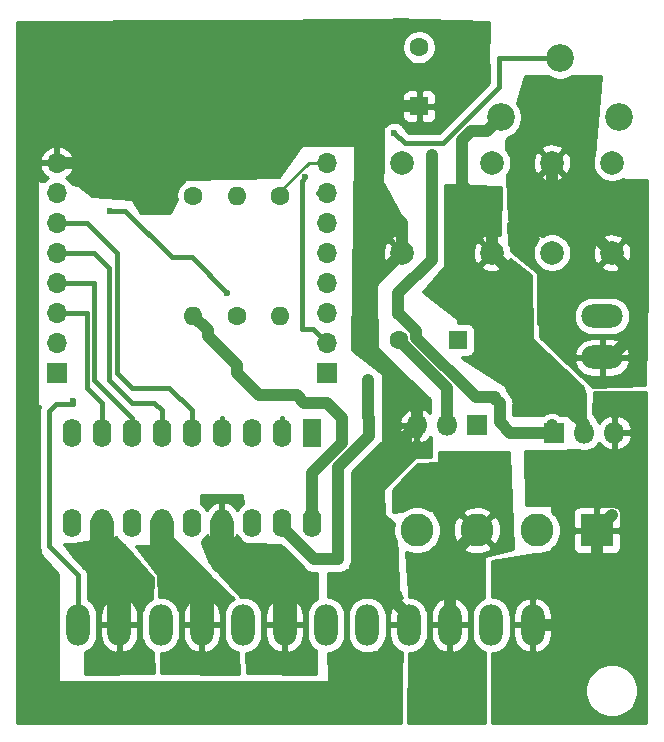
<source format=gbr>
G04 #@! TF.GenerationSoftware,KiCad,Pcbnew,(5.1.8)-1*
G04 #@! TF.CreationDate,2021-03-02T12:26:28+01:00*
G04 #@! TF.ProjectId,Lokstyrning,4c6f6b73-7479-4726-9e69-6e672e6b6963,rev?*
G04 #@! TF.SameCoordinates,Original*
G04 #@! TF.FileFunction,Copper,L1,Top*
G04 #@! TF.FilePolarity,Positive*
%FSLAX46Y46*%
G04 Gerber Fmt 4.6, Leading zero omitted, Abs format (unit mm)*
G04 Created by KiCad (PCBNEW (5.1.8)-1) date 2021-03-02 12:26:28*
%MOMM*%
%LPD*%
G01*
G04 APERTURE LIST*
G04 #@! TA.AperFunction,ComponentPad*
%ADD10C,2.800000*%
G04 #@! TD*
G04 #@! TA.AperFunction,ComponentPad*
%ADD11R,2.800000X2.800000*%
G04 #@! TD*
G04 #@! TA.AperFunction,ComponentPad*
%ADD12C,2.000000*%
G04 #@! TD*
G04 #@! TA.AperFunction,ComponentPad*
%ADD13R,1.600000X2.400000*%
G04 #@! TD*
G04 #@! TA.AperFunction,ComponentPad*
%ADD14O,1.600000X2.400000*%
G04 #@! TD*
G04 #@! TA.AperFunction,ComponentPad*
%ADD15R,1.700000X1.700000*%
G04 #@! TD*
G04 #@! TA.AperFunction,ComponentPad*
%ADD16O,1.700000X1.700000*%
G04 #@! TD*
G04 #@! TA.AperFunction,ComponentPad*
%ADD17C,1.600000*%
G04 #@! TD*
G04 #@! TA.AperFunction,ComponentPad*
%ADD18O,1.600000X1.600000*%
G04 #@! TD*
G04 #@! TA.AperFunction,ComponentPad*
%ADD19C,2.340000*%
G04 #@! TD*
G04 #@! TA.AperFunction,ComponentPad*
%ADD20R,1.800000X1.800000*%
G04 #@! TD*
G04 #@! TA.AperFunction,ComponentPad*
%ADD21O,1.800000X1.800000*%
G04 #@! TD*
G04 #@! TA.AperFunction,ComponentPad*
%ADD22R,1.600000X1.600000*%
G04 #@! TD*
G04 #@! TA.AperFunction,ComponentPad*
%ADD23O,1.998980X3.500120*%
G04 #@! TD*
G04 #@! TA.AperFunction,ComponentPad*
%ADD24O,3.500120X1.998980*%
G04 #@! TD*
G04 #@! TA.AperFunction,ViaPad*
%ADD25C,0.600000*%
G04 #@! TD*
G04 #@! TA.AperFunction,Conductor*
%ADD26C,0.250000*%
G04 #@! TD*
G04 #@! TA.AperFunction,Conductor*
%ADD27C,1.000000*%
G04 #@! TD*
G04 #@! TA.AperFunction,Conductor*
%ADD28C,0.400000*%
G04 #@! TD*
G04 #@! TA.AperFunction,Conductor*
%ADD29C,2.000000*%
G04 #@! TD*
G04 #@! TA.AperFunction,Conductor*
%ADD30C,0.254000*%
G04 #@! TD*
G04 #@! TA.AperFunction,Conductor*
%ADD31C,0.100000*%
G04 #@! TD*
G04 APERTURE END LIST*
D10*
X207010000Y-102235000D03*
X212090000Y-102235000D03*
X217170000Y-102235000D03*
D11*
X222250000Y-102235000D03*
D12*
X205740000Y-78740000D03*
X213360000Y-78740000D03*
X218440000Y-78740000D03*
X223520000Y-78740000D03*
X223520000Y-71120000D03*
X218440000Y-71120000D03*
X213360000Y-71120000D03*
X205740000Y-71120000D03*
D13*
X198120000Y-93980000D03*
D14*
X177800000Y-101600000D03*
X195580000Y-93980000D03*
X180340000Y-101600000D03*
X193040000Y-93980000D03*
X182880000Y-101600000D03*
X190500000Y-93980000D03*
X185420000Y-101600000D03*
X187960000Y-93980000D03*
X187960000Y-101600000D03*
X185420000Y-93980000D03*
X190500000Y-101600000D03*
X182880000Y-93980000D03*
X193040000Y-101600000D03*
X180340000Y-93980000D03*
X195580000Y-101600000D03*
X177800000Y-93980000D03*
X198120000Y-101600000D03*
D15*
X176530000Y-88900000D03*
D16*
X176530000Y-86360000D03*
X176530000Y-83820000D03*
X176530000Y-81280000D03*
X176530000Y-78740000D03*
X176530000Y-76200000D03*
X176530000Y-73660000D03*
X176530000Y-71120000D03*
D15*
X199390000Y-88900000D03*
D16*
X199390000Y-86360000D03*
X199390000Y-83820000D03*
X199390000Y-81280000D03*
X199390000Y-78740000D03*
X199390000Y-76200000D03*
X199390000Y-73660000D03*
X199390000Y-71120000D03*
D17*
X188087000Y-73914000D03*
D18*
X188087000Y-84074000D03*
D17*
X191770000Y-84074000D03*
D18*
X191770000Y-73914000D03*
D19*
X224122000Y-67271900D03*
X219122000Y-62271900D03*
X214122000Y-67271900D03*
D20*
X212090000Y-93345000D03*
D21*
X209550000Y-93345000D03*
X207010000Y-93345000D03*
D22*
X210464400Y-86118700D03*
D17*
X205464400Y-86118700D03*
D22*
X207200500Y-66344800D03*
D17*
X207200500Y-61344800D03*
D23*
X199299759Y-110254979D03*
X202799879Y-110254979D03*
X195799639Y-110254979D03*
X192299519Y-110254979D03*
X206299999Y-110254979D03*
X188799399Y-110254979D03*
X209800119Y-110254979D03*
X185299279Y-110254979D03*
X181799159Y-110254979D03*
X213300239Y-110254979D03*
X216800359Y-110254979D03*
X178299039Y-110254979D03*
D24*
X222681800Y-87602060D03*
X222681800Y-84101940D03*
D20*
X218630500Y-93980000D03*
D21*
X221170500Y-93980000D03*
X223710500Y-93980000D03*
D17*
X195453000Y-73914000D03*
D18*
X195453000Y-84074000D03*
D25*
X205105000Y-68580000D03*
X197573900Y-72351900D03*
X202882500Y-89547700D03*
X208280000Y-70485000D03*
X177901600Y-91313000D03*
X181013100Y-75171300D03*
X190969900Y-82130900D03*
D26*
X212755000Y-70455000D02*
X212725000Y-70485000D01*
X202730100Y-110167700D02*
X202730100Y-109867700D01*
D27*
X209550000Y-90204300D02*
X205464400Y-86118700D01*
X209550000Y-93345000D02*
X209550000Y-90204300D01*
X207010000Y-93345000D02*
X207010000Y-93980000D01*
X205740000Y-76200000D02*
X205740000Y-78740000D01*
X203200000Y-73660000D02*
X205740000Y-76200000D01*
X202641200Y-68414900D02*
X203200000Y-68973700D01*
X203200000Y-68973700D02*
X203200000Y-73660000D01*
X206110001Y-94244999D02*
X206110001Y-96022999D01*
X207010000Y-93345000D02*
X206110001Y-94244999D01*
X206110001Y-96022999D02*
X203568300Y-98564700D01*
X206299999Y-109504409D02*
X206299999Y-110254979D01*
X203568300Y-106772710D02*
X206299999Y-109504409D01*
X203568300Y-98564700D02*
X203568300Y-106772710D01*
X203330400Y-68414900D02*
X202641200Y-68414900D01*
X205400500Y-66344800D02*
X203330400Y-68414900D01*
X207200500Y-66344800D02*
X205400500Y-66344800D01*
X207010000Y-92072208D02*
X205435200Y-90497408D01*
X207010000Y-93345000D02*
X207010000Y-92072208D01*
X205435200Y-90497408D02*
X205435200Y-89090500D01*
X205435200Y-89090500D02*
X203111100Y-86766400D01*
X203111100Y-81368900D02*
X205740000Y-78740000D01*
X203111100Y-86766400D02*
X203111100Y-81368900D01*
X197942200Y-68414900D02*
X202641200Y-68414900D01*
X192862200Y-68414900D02*
X197942200Y-68414900D01*
X176530000Y-71120000D02*
X190157100Y-71120000D01*
X190157100Y-71120000D02*
X192862200Y-68414900D01*
D28*
X197273901Y-72651899D02*
X197273901Y-85196401D01*
X197573900Y-72351900D02*
X197273901Y-72651899D01*
X198226401Y-85196401D02*
X199390000Y-86360000D01*
X197273901Y-85196401D02*
X198226401Y-85196401D01*
X205994000Y-69469000D02*
X205105000Y-68580000D01*
X209207100Y-69469000D02*
X205994000Y-69469000D01*
X213953100Y-64723000D02*
X209207100Y-69469000D01*
X219122000Y-62271900D02*
X213953100Y-62271900D01*
X213953100Y-62271900D02*
X213953100Y-64723000D01*
X195580000Y-93980000D02*
X195580000Y-92710000D01*
X195580000Y-94380000D02*
X195580000Y-93980000D01*
X190500000Y-92710000D02*
X190500000Y-93980000D01*
X199390000Y-73660000D02*
X198656206Y-73660000D01*
X180340000Y-93980000D02*
X180340000Y-91440000D01*
X179070000Y-83820000D02*
X176530000Y-83820000D01*
X179070000Y-90170000D02*
X179070000Y-83820000D01*
X180340000Y-91440000D02*
X179070000Y-90170000D01*
X176530000Y-81280000D02*
X179705000Y-81280000D01*
X182880000Y-92710000D02*
X182880000Y-93980000D01*
X179705000Y-89535000D02*
X182880000Y-92710000D01*
X179705000Y-81280000D02*
X179705000Y-89535000D01*
X185420000Y-93980000D02*
X185420000Y-92075000D01*
X179705000Y-78740000D02*
X176530000Y-78740000D01*
X180975000Y-80010000D02*
X179705000Y-78740000D01*
X180975000Y-89535000D02*
X180975000Y-80010000D01*
X182880000Y-91440000D02*
X180975000Y-89535000D01*
X184785000Y-91440000D02*
X182880000Y-91440000D01*
X185420000Y-92075000D02*
X184785000Y-91440000D01*
X187960000Y-93980000D02*
X187960000Y-92075000D01*
X179070000Y-76200000D02*
X176530000Y-76200000D01*
X181610000Y-78740000D02*
X179070000Y-76200000D01*
X181610000Y-88900000D02*
X181610000Y-78740000D01*
X182880000Y-90170000D02*
X181610000Y-88900000D01*
X186055000Y-90170000D02*
X182880000Y-90170000D01*
X187960000Y-92075000D02*
X186055000Y-90170000D01*
D27*
X195580000Y-102000000D02*
X198278800Y-104698800D01*
X195580000Y-101600000D02*
X195580000Y-102000000D01*
X198278800Y-104698800D02*
X200355200Y-104698800D01*
X200355200Y-96870870D02*
X202946000Y-94280070D01*
X202946000Y-94280070D02*
X202946000Y-92710000D01*
X200355200Y-104698800D02*
X200355200Y-96870870D01*
X202882500Y-92646500D02*
X202882500Y-89547700D01*
X202946000Y-92710000D02*
X202882500Y-92646500D01*
X218440000Y-93980000D02*
X218440000Y-93345000D01*
X214045800Y-93103700D02*
X214922100Y-93980000D01*
X214045800Y-91485800D02*
X214045800Y-93103700D01*
X213653030Y-91093030D02*
X214045800Y-91485800D01*
X213653030Y-90983730D02*
X213653030Y-91093030D01*
X212026500Y-90983730D02*
X213653030Y-90983730D01*
X206964401Y-85921631D02*
X212026500Y-90983730D01*
X208280000Y-79336900D02*
X205435200Y-82181700D01*
X208280000Y-70485000D02*
X208280000Y-79336900D01*
X205435200Y-82181700D02*
X205435200Y-83959700D01*
X205525402Y-83959700D02*
X206964401Y-85398699D01*
X205435200Y-83959700D02*
X205525402Y-83959700D01*
X206964401Y-85398699D02*
X206964401Y-85921631D01*
X214922100Y-93980000D02*
X218630500Y-93980000D01*
X191770000Y-88265000D02*
X191770000Y-88900000D01*
X191770000Y-88900000D02*
X193675000Y-90805000D01*
X193675000Y-90805000D02*
X196850000Y-90805000D01*
X196850000Y-90805000D02*
X197485000Y-91440000D01*
X197485000Y-91440000D02*
X199390000Y-91440000D01*
X199390000Y-91440000D02*
X200660000Y-92710000D01*
X189318900Y-85813900D02*
X191770000Y-88265000D01*
X200660000Y-92710000D02*
X200660000Y-94869000D01*
X198120000Y-97409000D02*
X198120000Y-101600000D01*
X200660000Y-94869000D02*
X198120000Y-97409000D01*
X189318900Y-85305900D02*
X188087000Y-84074000D01*
X189318900Y-85813900D02*
X189318900Y-85305900D01*
X223520000Y-100965000D02*
X222250000Y-102235000D01*
X218799849Y-110254979D02*
X216800359Y-110254979D01*
X222250000Y-106804828D02*
X218799849Y-110254979D01*
X222250000Y-102235000D02*
X222250000Y-106804828D01*
X199299759Y-109504409D02*
X199299759Y-110254979D01*
X195799639Y-109504409D02*
X195799639Y-110254979D01*
D29*
X190500000Y-104955340D02*
X190500000Y-101600000D01*
X194386200Y-106781600D02*
X192559940Y-104955340D01*
X192559940Y-104955340D02*
X190500000Y-104955340D01*
D27*
X195076320Y-106781600D02*
X194386200Y-106781600D01*
D29*
X195799639Y-107504919D02*
X195076320Y-106781600D01*
X195799639Y-110254979D02*
X195799639Y-107504919D01*
D27*
X192299519Y-109504409D02*
X192299519Y-110254979D01*
X188799399Y-109504409D02*
X188799399Y-110254979D01*
D29*
X185420000Y-101600000D02*
X185420000Y-103800000D01*
D27*
X185445400Y-103825400D02*
X186045200Y-103825400D01*
D29*
X188799399Y-106579599D02*
X188799399Y-110254979D01*
X186045200Y-103825400D02*
X188799399Y-106579599D01*
X181799159Y-105903959D02*
X181799159Y-110254979D01*
X180340000Y-101600000D02*
X180340000Y-104444800D01*
X180340000Y-104444800D02*
X181799159Y-105903959D01*
D27*
X213360000Y-78740000D02*
X213360000Y-75565000D01*
X210820000Y-73025000D02*
X210820000Y-69215000D01*
X213360000Y-75565000D02*
X210820000Y-73025000D01*
X220980000Y-93980000D02*
X220980000Y-93345000D01*
X215265000Y-87630000D02*
X215265000Y-80645000D01*
X215265000Y-80645000D02*
X213360000Y-78740000D01*
X211593101Y-68441899D02*
X210820000Y-69215000D01*
X212952001Y-68441899D02*
X211593101Y-68441899D01*
X214122000Y-67271900D02*
X212952001Y-68441899D01*
X221170500Y-93980000D02*
X221170500Y-93218000D01*
X221170500Y-93218000D02*
X219646500Y-91694000D01*
X219646500Y-91694000D02*
X219646500Y-90360500D01*
X216916000Y-87630000D02*
X215265000Y-87630000D01*
X219646500Y-90360500D02*
X216916000Y-87630000D01*
D28*
X175844200Y-99021900D02*
X175844200Y-92100400D01*
X175844200Y-92100400D02*
X176415700Y-91528900D01*
X176415700Y-91528900D02*
X177850800Y-91528900D01*
D26*
X177850800Y-91528900D02*
X177901600Y-91478100D01*
X177901600Y-91478100D02*
X177901600Y-91313000D01*
D28*
X182321200Y-75222100D02*
X181063900Y-75222100D01*
X186232800Y-79133700D02*
X182321200Y-75222100D01*
X175844200Y-99021900D02*
X175844200Y-103581200D01*
X175844200Y-103581200D02*
X178299039Y-106036039D01*
X178299039Y-106036039D02*
X178299039Y-110254979D01*
X186232800Y-79133700D02*
X187972700Y-79133700D01*
X187972700Y-79133700D02*
X190969900Y-82130900D01*
D27*
X209800119Y-104524881D02*
X209800119Y-110254979D01*
X212090000Y-102235000D02*
X209800119Y-104524881D01*
D26*
X212890100Y-109867700D02*
X213765091Y-109867700D01*
D27*
X218440000Y-71120000D02*
X218440000Y-73660000D01*
X218440000Y-73660000D02*
X223520000Y-78740000D01*
X224519999Y-79739999D02*
X224519999Y-80705199D01*
X223520000Y-78740000D02*
X224519999Y-79739999D01*
X224519999Y-80705199D02*
X225920300Y-82105500D01*
D26*
X223432370Y-87602060D02*
X222681800Y-87602060D01*
D27*
X225920300Y-85114130D02*
X223432370Y-87602060D01*
X225920300Y-82105500D02*
X225920300Y-85114130D01*
D26*
X195453000Y-73547798D02*
X195453000Y-73914000D01*
X197880798Y-71120000D02*
X195453000Y-73547798D01*
X199390000Y-71120000D02*
X197880798Y-71120000D01*
D30*
X205397126Y-62664357D02*
X205400064Y-62689079D01*
X205407769Y-62712753D01*
X205419945Y-62734469D01*
X205436123Y-62753392D01*
X205455683Y-62768796D01*
X205477871Y-62780087D01*
X205501836Y-62786833D01*
X205524100Y-62788800D01*
X210926285Y-62788800D01*
X210983051Y-64298778D01*
X208596850Y-66591900D01*
X208476750Y-66471800D01*
X207327500Y-66471800D01*
X207327500Y-66491800D01*
X207073500Y-66491800D01*
X207073500Y-66471800D01*
X205924250Y-66471800D01*
X205765500Y-66630550D01*
X205762428Y-67144800D01*
X205774688Y-67269282D01*
X205810998Y-67388980D01*
X205869963Y-67499294D01*
X205949315Y-67595985D01*
X206046006Y-67675337D01*
X206156320Y-67734302D01*
X206276018Y-67770612D01*
X206384806Y-67781326D01*
X205697176Y-67851164D01*
X205547889Y-67751414D01*
X205377729Y-67680932D01*
X205197089Y-67645000D01*
X205012911Y-67645000D01*
X204832271Y-67680932D01*
X204662111Y-67751414D01*
X204508972Y-67853738D01*
X204378738Y-67983972D01*
X204377952Y-67985148D01*
X204266668Y-67996450D01*
X204242264Y-68001381D01*
X204219292Y-68010979D01*
X204198634Y-68024873D01*
X204181083Y-68042531D01*
X204167314Y-68063273D01*
X204157857Y-68086304D01*
X204152512Y-68121079D01*
X204114720Y-70910099D01*
X204105000Y-70958967D01*
X204105000Y-71281033D01*
X204109395Y-71303127D01*
X204089012Y-72807379D01*
X204091116Y-72832187D01*
X204098020Y-72856107D01*
X204104711Y-72870287D01*
X205827952Y-76004587D01*
X205357520Y-77142317D01*
X205053912Y-77247205D01*
X204879956Y-77340186D01*
X204784192Y-77604587D01*
X205054579Y-77874974D01*
X204949500Y-78129105D01*
X204604587Y-77784192D01*
X204340186Y-77879956D01*
X204199296Y-78169571D01*
X204117616Y-78481108D01*
X204098282Y-78802595D01*
X204142039Y-79121675D01*
X204247205Y-79426088D01*
X204340186Y-79600044D01*
X204341147Y-79600392D01*
X203514437Y-81599772D01*
X203507225Y-81623601D01*
X203504838Y-81651397D01*
X203631838Y-86858397D01*
X203634881Y-86883106D01*
X203642687Y-86906747D01*
X203654955Y-86928411D01*
X203671783Y-86947804D01*
X208128284Y-91139937D01*
X208142904Y-92309557D01*
X208141649Y-92307884D01*
X207917573Y-92107038D01*
X207658620Y-91953766D01*
X207374741Y-91853959D01*
X207137000Y-91974008D01*
X207137000Y-93218000D01*
X207157000Y-93218000D01*
X207157000Y-93472000D01*
X207137000Y-93472000D01*
X207137000Y-94715992D01*
X207374741Y-94836041D01*
X207658620Y-94736234D01*
X207917573Y-94582962D01*
X208141649Y-94382116D01*
X208168367Y-94346505D01*
X208189503Y-96037400D01*
X204090152Y-96037400D01*
X204111159Y-93709740D01*
X205518964Y-93709740D01*
X205567606Y-93870107D01*
X205697764Y-94141414D01*
X205878351Y-94382116D01*
X206102427Y-94582962D01*
X206361380Y-94736234D01*
X206645259Y-94836041D01*
X206883000Y-94715992D01*
X206883000Y-93472000D01*
X205639622Y-93472000D01*
X205518964Y-93709740D01*
X204111159Y-93709740D01*
X204117742Y-92980260D01*
X205518964Y-92980260D01*
X205639622Y-93218000D01*
X206883000Y-93218000D01*
X206883000Y-91974008D01*
X206645259Y-91853959D01*
X206361380Y-91953766D01*
X206102427Y-92107038D01*
X205878351Y-92307884D01*
X205697764Y-92548586D01*
X205567606Y-92819893D01*
X205518964Y-92980260D01*
X204117742Y-92980260D01*
X204152495Y-89129746D01*
X204150278Y-89104949D01*
X204143267Y-89081060D01*
X204131729Y-89058998D01*
X204116109Y-89039612D01*
X204104540Y-89029194D01*
X201549676Y-86997765D01*
X201739492Y-69749798D01*
X201737325Y-69724996D01*
X201730360Y-69701093D01*
X201718867Y-69679009D01*
X201703285Y-69659591D01*
X201684215Y-69643586D01*
X201662389Y-69631609D01*
X201638646Y-69624120D01*
X201612500Y-69621400D01*
X197319900Y-69621400D01*
X197295124Y-69623840D01*
X197271299Y-69631067D01*
X197249343Y-69642803D01*
X197230097Y-69658597D01*
X197216653Y-69674447D01*
X195298097Y-72352950D01*
X187500749Y-72478917D01*
X187476015Y-72481757D01*
X187452310Y-72489368D01*
X187430546Y-72501457D01*
X187411559Y-72517560D01*
X187396077Y-72537057D01*
X187386808Y-72554181D01*
X187322146Y-72699200D01*
X187172241Y-72799363D01*
X186972363Y-72999241D01*
X186815320Y-73234273D01*
X186707147Y-73495426D01*
X186652000Y-73772665D01*
X186652000Y-74055335D01*
X186672195Y-74156859D01*
X186113157Y-75410623D01*
X183631503Y-75351535D01*
X183554684Y-75274717D01*
X182925298Y-74229487D01*
X182910427Y-74209520D01*
X182891946Y-74192839D01*
X182870565Y-74180083D01*
X182847107Y-74171743D01*
X182823624Y-74168200D01*
X179472981Y-73979962D01*
X178272661Y-73027130D01*
X178251738Y-73013637D01*
X178228585Y-73004485D01*
X178207527Y-73000355D01*
X177847799Y-72960956D01*
X177845990Y-72956589D01*
X177683475Y-72713368D01*
X177476632Y-72506525D01*
X177294466Y-72384805D01*
X177411355Y-72315178D01*
X177627588Y-72120269D01*
X177801641Y-71886920D01*
X177926825Y-71624099D01*
X177971476Y-71476890D01*
X177850155Y-71247000D01*
X176657000Y-71247000D01*
X176657000Y-71267000D01*
X176403000Y-71267000D01*
X176403000Y-71247000D01*
X175209845Y-71247000D01*
X175088524Y-71476890D01*
X175133175Y-71624099D01*
X175258359Y-71886920D01*
X175432412Y-72120269D01*
X175648645Y-72315178D01*
X175765534Y-72384805D01*
X175583368Y-72506525D01*
X175397322Y-72692571D01*
X173176000Y-72449283D01*
X173176000Y-70763110D01*
X175088524Y-70763110D01*
X175209845Y-70993000D01*
X176403000Y-70993000D01*
X176403000Y-69799186D01*
X176657000Y-69799186D01*
X176657000Y-70993000D01*
X177850155Y-70993000D01*
X177971476Y-70763110D01*
X177926825Y-70615901D01*
X177801641Y-70353080D01*
X177627588Y-70119731D01*
X177411355Y-69924822D01*
X177161252Y-69775843D01*
X176886891Y-69678519D01*
X176657000Y-69799186D01*
X176403000Y-69799186D01*
X176173109Y-69678519D01*
X175898748Y-69775843D01*
X175648645Y-69924822D01*
X175432412Y-70119731D01*
X175258359Y-70353080D01*
X175133175Y-70615901D01*
X175088524Y-70763110D01*
X173176000Y-70763110D01*
X173176000Y-65544800D01*
X205762428Y-65544800D01*
X205765500Y-66059050D01*
X205924250Y-66217800D01*
X207073500Y-66217800D01*
X207073500Y-65068550D01*
X207327500Y-65068550D01*
X207327500Y-66217800D01*
X208476750Y-66217800D01*
X208635500Y-66059050D01*
X208638572Y-65544800D01*
X208626312Y-65420318D01*
X208590002Y-65300620D01*
X208531037Y-65190306D01*
X208451685Y-65093615D01*
X208354994Y-65014263D01*
X208244680Y-64955298D01*
X208124982Y-64918988D01*
X208000500Y-64906728D01*
X207486250Y-64909800D01*
X207327500Y-65068550D01*
X207073500Y-65068550D01*
X206914750Y-64909800D01*
X206400500Y-64906728D01*
X206276018Y-64918988D01*
X206156320Y-64955298D01*
X206046006Y-65014263D01*
X205949315Y-65093615D01*
X205869963Y-65190306D01*
X205810998Y-65300620D01*
X205774688Y-65420318D01*
X205762428Y-65544800D01*
X173176000Y-65544800D01*
X173176000Y-59205823D01*
X205323447Y-59004980D01*
X205397126Y-62664357D01*
G04 #@! TA.AperFunction,Conductor*
D31*
G36*
X205397126Y-62664357D02*
G01*
X205400064Y-62689079D01*
X205407769Y-62712753D01*
X205419945Y-62734469D01*
X205436123Y-62753392D01*
X205455683Y-62768796D01*
X205477871Y-62780087D01*
X205501836Y-62786833D01*
X205524100Y-62788800D01*
X210926285Y-62788800D01*
X210983051Y-64298778D01*
X208596850Y-66591900D01*
X208476750Y-66471800D01*
X207327500Y-66471800D01*
X207327500Y-66491800D01*
X207073500Y-66491800D01*
X207073500Y-66471800D01*
X205924250Y-66471800D01*
X205765500Y-66630550D01*
X205762428Y-67144800D01*
X205774688Y-67269282D01*
X205810998Y-67388980D01*
X205869963Y-67499294D01*
X205949315Y-67595985D01*
X206046006Y-67675337D01*
X206156320Y-67734302D01*
X206276018Y-67770612D01*
X206384806Y-67781326D01*
X205697176Y-67851164D01*
X205547889Y-67751414D01*
X205377729Y-67680932D01*
X205197089Y-67645000D01*
X205012911Y-67645000D01*
X204832271Y-67680932D01*
X204662111Y-67751414D01*
X204508972Y-67853738D01*
X204378738Y-67983972D01*
X204377952Y-67985148D01*
X204266668Y-67996450D01*
X204242264Y-68001381D01*
X204219292Y-68010979D01*
X204198634Y-68024873D01*
X204181083Y-68042531D01*
X204167314Y-68063273D01*
X204157857Y-68086304D01*
X204152512Y-68121079D01*
X204114720Y-70910099D01*
X204105000Y-70958967D01*
X204105000Y-71281033D01*
X204109395Y-71303127D01*
X204089012Y-72807379D01*
X204091116Y-72832187D01*
X204098020Y-72856107D01*
X204104711Y-72870287D01*
X205827952Y-76004587D01*
X205357520Y-77142317D01*
X205053912Y-77247205D01*
X204879956Y-77340186D01*
X204784192Y-77604587D01*
X205054579Y-77874974D01*
X204949500Y-78129105D01*
X204604587Y-77784192D01*
X204340186Y-77879956D01*
X204199296Y-78169571D01*
X204117616Y-78481108D01*
X204098282Y-78802595D01*
X204142039Y-79121675D01*
X204247205Y-79426088D01*
X204340186Y-79600044D01*
X204341147Y-79600392D01*
X203514437Y-81599772D01*
X203507225Y-81623601D01*
X203504838Y-81651397D01*
X203631838Y-86858397D01*
X203634881Y-86883106D01*
X203642687Y-86906747D01*
X203654955Y-86928411D01*
X203671783Y-86947804D01*
X208128284Y-91139937D01*
X208142904Y-92309557D01*
X208141649Y-92307884D01*
X207917573Y-92107038D01*
X207658620Y-91953766D01*
X207374741Y-91853959D01*
X207137000Y-91974008D01*
X207137000Y-93218000D01*
X207157000Y-93218000D01*
X207157000Y-93472000D01*
X207137000Y-93472000D01*
X207137000Y-94715992D01*
X207374741Y-94836041D01*
X207658620Y-94736234D01*
X207917573Y-94582962D01*
X208141649Y-94382116D01*
X208168367Y-94346505D01*
X208189503Y-96037400D01*
X204090152Y-96037400D01*
X204111159Y-93709740D01*
X205518964Y-93709740D01*
X205567606Y-93870107D01*
X205697764Y-94141414D01*
X205878351Y-94382116D01*
X206102427Y-94582962D01*
X206361380Y-94736234D01*
X206645259Y-94836041D01*
X206883000Y-94715992D01*
X206883000Y-93472000D01*
X205639622Y-93472000D01*
X205518964Y-93709740D01*
X204111159Y-93709740D01*
X204117742Y-92980260D01*
X205518964Y-92980260D01*
X205639622Y-93218000D01*
X206883000Y-93218000D01*
X206883000Y-91974008D01*
X206645259Y-91853959D01*
X206361380Y-91953766D01*
X206102427Y-92107038D01*
X205878351Y-92307884D01*
X205697764Y-92548586D01*
X205567606Y-92819893D01*
X205518964Y-92980260D01*
X204117742Y-92980260D01*
X204152495Y-89129746D01*
X204150278Y-89104949D01*
X204143267Y-89081060D01*
X204131729Y-89058998D01*
X204116109Y-89039612D01*
X204104540Y-89029194D01*
X201549676Y-86997765D01*
X201739492Y-69749798D01*
X201737325Y-69724996D01*
X201730360Y-69701093D01*
X201718867Y-69679009D01*
X201703285Y-69659591D01*
X201684215Y-69643586D01*
X201662389Y-69631609D01*
X201638646Y-69624120D01*
X201612500Y-69621400D01*
X197319900Y-69621400D01*
X197295124Y-69623840D01*
X197271299Y-69631067D01*
X197249343Y-69642803D01*
X197230097Y-69658597D01*
X197216653Y-69674447D01*
X195298097Y-72352950D01*
X187500749Y-72478917D01*
X187476015Y-72481757D01*
X187452310Y-72489368D01*
X187430546Y-72501457D01*
X187411559Y-72517560D01*
X187396077Y-72537057D01*
X187386808Y-72554181D01*
X187322146Y-72699200D01*
X187172241Y-72799363D01*
X186972363Y-72999241D01*
X186815320Y-73234273D01*
X186707147Y-73495426D01*
X186652000Y-73772665D01*
X186652000Y-74055335D01*
X186672195Y-74156859D01*
X186113157Y-75410623D01*
X183631503Y-75351535D01*
X183554684Y-75274717D01*
X182925298Y-74229487D01*
X182910427Y-74209520D01*
X182891946Y-74192839D01*
X182870565Y-74180083D01*
X182847107Y-74171743D01*
X182823624Y-74168200D01*
X179472981Y-73979962D01*
X178272661Y-73027130D01*
X178251738Y-73013637D01*
X178228585Y-73004485D01*
X178207527Y-73000355D01*
X177847799Y-72960956D01*
X177845990Y-72956589D01*
X177683475Y-72713368D01*
X177476632Y-72506525D01*
X177294466Y-72384805D01*
X177411355Y-72315178D01*
X177627588Y-72120269D01*
X177801641Y-71886920D01*
X177926825Y-71624099D01*
X177971476Y-71476890D01*
X177850155Y-71247000D01*
X176657000Y-71247000D01*
X176657000Y-71267000D01*
X176403000Y-71267000D01*
X176403000Y-71247000D01*
X175209845Y-71247000D01*
X175088524Y-71476890D01*
X175133175Y-71624099D01*
X175258359Y-71886920D01*
X175432412Y-72120269D01*
X175648645Y-72315178D01*
X175765534Y-72384805D01*
X175583368Y-72506525D01*
X175397322Y-72692571D01*
X173176000Y-72449283D01*
X173176000Y-70763110D01*
X175088524Y-70763110D01*
X175209845Y-70993000D01*
X176403000Y-70993000D01*
X176403000Y-69799186D01*
X176657000Y-69799186D01*
X176657000Y-70993000D01*
X177850155Y-70993000D01*
X177971476Y-70763110D01*
X177926825Y-70615901D01*
X177801641Y-70353080D01*
X177627588Y-70119731D01*
X177411355Y-69924822D01*
X177161252Y-69775843D01*
X176886891Y-69678519D01*
X176657000Y-69799186D01*
X176403000Y-69799186D01*
X176173109Y-69678519D01*
X175898748Y-69775843D01*
X175648645Y-69924822D01*
X175432412Y-70119731D01*
X175258359Y-70353080D01*
X175133175Y-70615901D01*
X175088524Y-70763110D01*
X173176000Y-70763110D01*
X173176000Y-65544800D01*
X205762428Y-65544800D01*
X205765500Y-66059050D01*
X205924250Y-66217800D01*
X207073500Y-66217800D01*
X207073500Y-65068550D01*
X207327500Y-65068550D01*
X207327500Y-66217800D01*
X208476750Y-66217800D01*
X208635500Y-66059050D01*
X208638572Y-65544800D01*
X208626312Y-65420318D01*
X208590002Y-65300620D01*
X208531037Y-65190306D01*
X208451685Y-65093615D01*
X208354994Y-65014263D01*
X208244680Y-64955298D01*
X208124982Y-64918988D01*
X208000500Y-64906728D01*
X207486250Y-64909800D01*
X207327500Y-65068550D01*
X207073500Y-65068550D01*
X206914750Y-64909800D01*
X206400500Y-64906728D01*
X206276018Y-64918988D01*
X206156320Y-64955298D01*
X206046006Y-65014263D01*
X205949315Y-65093615D01*
X205869963Y-65190306D01*
X205810998Y-65300620D01*
X205774688Y-65420318D01*
X205762428Y-65544800D01*
X173176000Y-65544800D01*
X173176000Y-59205823D01*
X205323447Y-59004980D01*
X205397126Y-62664357D01*
G37*
G04 #@! TD.AperFunction*
D30*
X207073498Y-67711381D02*
X206972958Y-67721592D01*
X207073498Y-67621052D01*
X207073498Y-67711381D01*
G04 #@! TA.AperFunction,Conductor*
D31*
G36*
X207073498Y-67711381D02*
G01*
X206972958Y-67721592D01*
X207073498Y-67621052D01*
X207073498Y-67711381D01*
G37*
G04 #@! TD.AperFunction*
D30*
X207386084Y-67679634D02*
X207327502Y-67685584D01*
X207327502Y-67621052D01*
X207386084Y-67679634D01*
G04 #@! TA.AperFunction,Conductor*
D31*
G36*
X207386084Y-67679634D02*
G01*
X207327502Y-67685584D01*
X207327502Y-67621052D01*
X207386084Y-67679634D01*
G37*
G04 #@! TD.AperFunction*
D30*
X226390425Y-90549622D02*
X226440750Y-118543000D01*
X213360184Y-118543000D01*
X213362856Y-115603069D01*
X221276854Y-115603069D01*
X221276854Y-116044931D01*
X221363056Y-116478302D01*
X221532149Y-116886528D01*
X221777634Y-117253922D01*
X222090078Y-117566366D01*
X222457472Y-117811851D01*
X222865698Y-117980944D01*
X223299069Y-118067146D01*
X223740931Y-118067146D01*
X224174302Y-117980944D01*
X224582528Y-117811851D01*
X224949922Y-117566366D01*
X225262366Y-117253922D01*
X225507851Y-116886528D01*
X225676944Y-116478302D01*
X225763146Y-116044931D01*
X225763146Y-115603069D01*
X225676944Y-115169698D01*
X225507851Y-114761472D01*
X225262366Y-114394078D01*
X224949922Y-114081634D01*
X224582528Y-113836149D01*
X224174302Y-113667056D01*
X223740931Y-113580854D01*
X223299069Y-113580854D01*
X222865698Y-113667056D01*
X222457472Y-113836149D01*
X222090078Y-114081634D01*
X221777634Y-114394078D01*
X221532149Y-114761472D01*
X221363056Y-115169698D01*
X221276854Y-115603069D01*
X213362856Y-115603069D01*
X213365549Y-112641515D01*
X213620654Y-112616389D01*
X213928757Y-112522927D01*
X214212705Y-112371153D01*
X214461590Y-112166900D01*
X214665843Y-111918016D01*
X214817617Y-111634068D01*
X214911079Y-111325965D01*
X214934729Y-111085841D01*
X214934729Y-110381979D01*
X215165869Y-110381979D01*
X215165869Y-111132549D01*
X215222052Y-111448982D01*
X215338888Y-111748374D01*
X215511888Y-112019220D01*
X215734403Y-112251111D01*
X215997882Y-112435136D01*
X216292200Y-112564222D01*
X216420005Y-112595168D01*
X216673359Y-112475814D01*
X216673359Y-110381979D01*
X216927359Y-110381979D01*
X216927359Y-112475814D01*
X217180713Y-112595168D01*
X217308518Y-112564222D01*
X217602836Y-112435136D01*
X217866315Y-112251111D01*
X218088830Y-112019220D01*
X218261830Y-111748374D01*
X218378666Y-111448982D01*
X218434849Y-111132549D01*
X218434849Y-110381979D01*
X216927359Y-110381979D01*
X216673359Y-110381979D01*
X215165869Y-110381979D01*
X214934729Y-110381979D01*
X214934729Y-109424117D01*
X214930129Y-109377409D01*
X215165869Y-109377409D01*
X215165869Y-110127979D01*
X216673359Y-110127979D01*
X216673359Y-108034144D01*
X216927359Y-108034144D01*
X216927359Y-110127979D01*
X218434849Y-110127979D01*
X218434849Y-109377409D01*
X218378666Y-109060976D01*
X218261830Y-108761584D01*
X218088830Y-108490738D01*
X217866315Y-108258847D01*
X217602836Y-108074822D01*
X217308518Y-107945736D01*
X217180713Y-107914790D01*
X216927359Y-108034144D01*
X216673359Y-108034144D01*
X216420005Y-107914790D01*
X216292200Y-107945736D01*
X215997882Y-108074822D01*
X215734403Y-108258847D01*
X215511888Y-108490738D01*
X215338888Y-108761584D01*
X215222052Y-109060976D01*
X215165869Y-109377409D01*
X214930129Y-109377409D01*
X214911079Y-109183993D01*
X214817617Y-108875890D01*
X214665843Y-108591942D01*
X214461590Y-108343058D01*
X214212706Y-108138805D01*
X213928758Y-107987031D01*
X213620655Y-107893569D01*
X213369888Y-107868871D01*
X213372603Y-104882244D01*
X216972962Y-104270000D01*
X217370430Y-104270000D01*
X217763587Y-104191796D01*
X217993935Y-104096383D01*
X218270791Y-104049303D01*
X218294808Y-104042743D01*
X218317083Y-104031625D01*
X218336762Y-104016374D01*
X218353087Y-103997577D01*
X218365431Y-103975956D01*
X218373320Y-103952343D01*
X218376473Y-103926736D01*
X218377534Y-103875625D01*
X218467237Y-103815687D01*
X218647924Y-103635000D01*
X220211928Y-103635000D01*
X220224188Y-103759482D01*
X220260498Y-103879180D01*
X220319463Y-103989494D01*
X220398815Y-104086185D01*
X220495506Y-104165537D01*
X220605820Y-104224502D01*
X220725518Y-104260812D01*
X220850000Y-104273072D01*
X221964250Y-104270000D01*
X222123000Y-104111250D01*
X222123000Y-102362000D01*
X222377000Y-102362000D01*
X222377000Y-104111250D01*
X222535750Y-104270000D01*
X223650000Y-104273072D01*
X223774482Y-104260812D01*
X223894180Y-104224502D01*
X224004494Y-104165537D01*
X224101185Y-104086185D01*
X224180537Y-103989494D01*
X224239502Y-103879180D01*
X224275812Y-103759482D01*
X224288072Y-103635000D01*
X224285000Y-102520750D01*
X224126250Y-102362000D01*
X222377000Y-102362000D01*
X222123000Y-102362000D01*
X220373750Y-102362000D01*
X220215000Y-102520750D01*
X220211928Y-103635000D01*
X218647924Y-103635000D01*
X218750687Y-103532237D01*
X218973393Y-103198934D01*
X219126796Y-102828587D01*
X219205000Y-102435430D01*
X219205000Y-102034570D01*
X219126796Y-101641413D01*
X218973393Y-101271066D01*
X218750687Y-100937763D01*
X218647924Y-100835000D01*
X220211928Y-100835000D01*
X220215000Y-101949250D01*
X220373750Y-102108000D01*
X222123000Y-102108000D01*
X222123000Y-100358750D01*
X222377000Y-100358750D01*
X222377000Y-102108000D01*
X224126250Y-102108000D01*
X224285000Y-101949250D01*
X224288072Y-100835000D01*
X224275812Y-100710518D01*
X224239502Y-100590820D01*
X224180537Y-100480506D01*
X224101185Y-100383815D01*
X224004494Y-100304463D01*
X223894180Y-100245498D01*
X223774482Y-100209188D01*
X223650000Y-100196928D01*
X222535750Y-100200000D01*
X222377000Y-100358750D01*
X222123000Y-100358750D01*
X221964250Y-100200000D01*
X220850000Y-100196928D01*
X220725518Y-100209188D01*
X220605820Y-100245498D01*
X220495506Y-100304463D01*
X220398815Y-100383815D01*
X220319463Y-100480506D01*
X220260498Y-100590820D01*
X220224188Y-100710518D01*
X220211928Y-100835000D01*
X218647924Y-100835000D01*
X218467237Y-100654313D01*
X218444725Y-100639271D01*
X218452673Y-100256436D01*
X218450747Y-100231614D01*
X218444016Y-100207645D01*
X218432738Y-100185450D01*
X218417347Y-100165881D01*
X218398434Y-100149691D01*
X218376726Y-100137501D01*
X218353057Y-100129781D01*
X218325700Y-100126800D01*
X216266315Y-100126800D01*
X216194060Y-95538599D01*
X217587659Y-95500243D01*
X217606018Y-95505812D01*
X217730500Y-95518072D01*
X219530500Y-95518072D01*
X219654982Y-95505812D01*
X219774680Y-95469502D01*
X219832772Y-95438451D01*
X220627553Y-95416576D01*
X220722757Y-95456011D01*
X221019316Y-95515000D01*
X221321684Y-95515000D01*
X221618243Y-95456011D01*
X221897595Y-95340299D01*
X222149005Y-95172312D01*
X222362812Y-94958505D01*
X222443867Y-94837198D01*
X222578851Y-95017116D01*
X222802927Y-95217962D01*
X223061880Y-95371234D01*
X223345759Y-95471041D01*
X223583500Y-95350992D01*
X223583500Y-94107000D01*
X223837500Y-94107000D01*
X223837500Y-95350992D01*
X224075241Y-95471041D01*
X224359120Y-95371234D01*
X224618073Y-95217962D01*
X224842149Y-95017116D01*
X225022736Y-94776414D01*
X225152894Y-94505107D01*
X225201536Y-94344740D01*
X225080878Y-94107000D01*
X223837500Y-94107000D01*
X223583500Y-94107000D01*
X223563500Y-94107000D01*
X223563500Y-93853000D01*
X223583500Y-93853000D01*
X223583500Y-92609008D01*
X223837500Y-92609008D01*
X223837500Y-93853000D01*
X225080878Y-93853000D01*
X225201536Y-93615260D01*
X225152894Y-93454893D01*
X225022736Y-93183586D01*
X224842149Y-92942884D01*
X224618073Y-92742038D01*
X224359120Y-92588766D01*
X224075241Y-92488959D01*
X223837500Y-92609008D01*
X223583500Y-92609008D01*
X223345759Y-92488959D01*
X223061880Y-92588766D01*
X222802927Y-92742038D01*
X222578851Y-92942884D01*
X222443867Y-93122802D01*
X222362812Y-93001495D01*
X222259580Y-92898263D01*
X222224176Y-92781553D01*
X222118784Y-92584377D01*
X221976949Y-92411551D01*
X221933640Y-92376009D01*
X221889359Y-92331728D01*
X221989189Y-90501521D01*
X226390425Y-90549622D01*
G04 #@! TA.AperFunction,Conductor*
D31*
G36*
X226390425Y-90549622D02*
G01*
X226440750Y-118543000D01*
X213360184Y-118543000D01*
X213362856Y-115603069D01*
X221276854Y-115603069D01*
X221276854Y-116044931D01*
X221363056Y-116478302D01*
X221532149Y-116886528D01*
X221777634Y-117253922D01*
X222090078Y-117566366D01*
X222457472Y-117811851D01*
X222865698Y-117980944D01*
X223299069Y-118067146D01*
X223740931Y-118067146D01*
X224174302Y-117980944D01*
X224582528Y-117811851D01*
X224949922Y-117566366D01*
X225262366Y-117253922D01*
X225507851Y-116886528D01*
X225676944Y-116478302D01*
X225763146Y-116044931D01*
X225763146Y-115603069D01*
X225676944Y-115169698D01*
X225507851Y-114761472D01*
X225262366Y-114394078D01*
X224949922Y-114081634D01*
X224582528Y-113836149D01*
X224174302Y-113667056D01*
X223740931Y-113580854D01*
X223299069Y-113580854D01*
X222865698Y-113667056D01*
X222457472Y-113836149D01*
X222090078Y-114081634D01*
X221777634Y-114394078D01*
X221532149Y-114761472D01*
X221363056Y-115169698D01*
X221276854Y-115603069D01*
X213362856Y-115603069D01*
X213365549Y-112641515D01*
X213620654Y-112616389D01*
X213928757Y-112522927D01*
X214212705Y-112371153D01*
X214461590Y-112166900D01*
X214665843Y-111918016D01*
X214817617Y-111634068D01*
X214911079Y-111325965D01*
X214934729Y-111085841D01*
X214934729Y-110381979D01*
X215165869Y-110381979D01*
X215165869Y-111132549D01*
X215222052Y-111448982D01*
X215338888Y-111748374D01*
X215511888Y-112019220D01*
X215734403Y-112251111D01*
X215997882Y-112435136D01*
X216292200Y-112564222D01*
X216420005Y-112595168D01*
X216673359Y-112475814D01*
X216673359Y-110381979D01*
X216927359Y-110381979D01*
X216927359Y-112475814D01*
X217180713Y-112595168D01*
X217308518Y-112564222D01*
X217602836Y-112435136D01*
X217866315Y-112251111D01*
X218088830Y-112019220D01*
X218261830Y-111748374D01*
X218378666Y-111448982D01*
X218434849Y-111132549D01*
X218434849Y-110381979D01*
X216927359Y-110381979D01*
X216673359Y-110381979D01*
X215165869Y-110381979D01*
X214934729Y-110381979D01*
X214934729Y-109424117D01*
X214930129Y-109377409D01*
X215165869Y-109377409D01*
X215165869Y-110127979D01*
X216673359Y-110127979D01*
X216673359Y-108034144D01*
X216927359Y-108034144D01*
X216927359Y-110127979D01*
X218434849Y-110127979D01*
X218434849Y-109377409D01*
X218378666Y-109060976D01*
X218261830Y-108761584D01*
X218088830Y-108490738D01*
X217866315Y-108258847D01*
X217602836Y-108074822D01*
X217308518Y-107945736D01*
X217180713Y-107914790D01*
X216927359Y-108034144D01*
X216673359Y-108034144D01*
X216420005Y-107914790D01*
X216292200Y-107945736D01*
X215997882Y-108074822D01*
X215734403Y-108258847D01*
X215511888Y-108490738D01*
X215338888Y-108761584D01*
X215222052Y-109060976D01*
X215165869Y-109377409D01*
X214930129Y-109377409D01*
X214911079Y-109183993D01*
X214817617Y-108875890D01*
X214665843Y-108591942D01*
X214461590Y-108343058D01*
X214212706Y-108138805D01*
X213928758Y-107987031D01*
X213620655Y-107893569D01*
X213369888Y-107868871D01*
X213372603Y-104882244D01*
X216972962Y-104270000D01*
X217370430Y-104270000D01*
X217763587Y-104191796D01*
X217993935Y-104096383D01*
X218270791Y-104049303D01*
X218294808Y-104042743D01*
X218317083Y-104031625D01*
X218336762Y-104016374D01*
X218353087Y-103997577D01*
X218365431Y-103975956D01*
X218373320Y-103952343D01*
X218376473Y-103926736D01*
X218377534Y-103875625D01*
X218467237Y-103815687D01*
X218647924Y-103635000D01*
X220211928Y-103635000D01*
X220224188Y-103759482D01*
X220260498Y-103879180D01*
X220319463Y-103989494D01*
X220398815Y-104086185D01*
X220495506Y-104165537D01*
X220605820Y-104224502D01*
X220725518Y-104260812D01*
X220850000Y-104273072D01*
X221964250Y-104270000D01*
X222123000Y-104111250D01*
X222123000Y-102362000D01*
X222377000Y-102362000D01*
X222377000Y-104111250D01*
X222535750Y-104270000D01*
X223650000Y-104273072D01*
X223774482Y-104260812D01*
X223894180Y-104224502D01*
X224004494Y-104165537D01*
X224101185Y-104086185D01*
X224180537Y-103989494D01*
X224239502Y-103879180D01*
X224275812Y-103759482D01*
X224288072Y-103635000D01*
X224285000Y-102520750D01*
X224126250Y-102362000D01*
X222377000Y-102362000D01*
X222123000Y-102362000D01*
X220373750Y-102362000D01*
X220215000Y-102520750D01*
X220211928Y-103635000D01*
X218647924Y-103635000D01*
X218750687Y-103532237D01*
X218973393Y-103198934D01*
X219126796Y-102828587D01*
X219205000Y-102435430D01*
X219205000Y-102034570D01*
X219126796Y-101641413D01*
X218973393Y-101271066D01*
X218750687Y-100937763D01*
X218647924Y-100835000D01*
X220211928Y-100835000D01*
X220215000Y-101949250D01*
X220373750Y-102108000D01*
X222123000Y-102108000D01*
X222123000Y-100358750D01*
X222377000Y-100358750D01*
X222377000Y-102108000D01*
X224126250Y-102108000D01*
X224285000Y-101949250D01*
X224288072Y-100835000D01*
X224275812Y-100710518D01*
X224239502Y-100590820D01*
X224180537Y-100480506D01*
X224101185Y-100383815D01*
X224004494Y-100304463D01*
X223894180Y-100245498D01*
X223774482Y-100209188D01*
X223650000Y-100196928D01*
X222535750Y-100200000D01*
X222377000Y-100358750D01*
X222123000Y-100358750D01*
X221964250Y-100200000D01*
X220850000Y-100196928D01*
X220725518Y-100209188D01*
X220605820Y-100245498D01*
X220495506Y-100304463D01*
X220398815Y-100383815D01*
X220319463Y-100480506D01*
X220260498Y-100590820D01*
X220224188Y-100710518D01*
X220211928Y-100835000D01*
X218647924Y-100835000D01*
X218467237Y-100654313D01*
X218444725Y-100639271D01*
X218452673Y-100256436D01*
X218450747Y-100231614D01*
X218444016Y-100207645D01*
X218432738Y-100185450D01*
X218417347Y-100165881D01*
X218398434Y-100149691D01*
X218376726Y-100137501D01*
X218353057Y-100129781D01*
X218325700Y-100126800D01*
X216266315Y-100126800D01*
X216194060Y-95538599D01*
X217587659Y-95500243D01*
X217606018Y-95505812D01*
X217730500Y-95518072D01*
X219530500Y-95518072D01*
X219654982Y-95505812D01*
X219774680Y-95469502D01*
X219832772Y-95438451D01*
X220627553Y-95416576D01*
X220722757Y-95456011D01*
X221019316Y-95515000D01*
X221321684Y-95515000D01*
X221618243Y-95456011D01*
X221897595Y-95340299D01*
X222149005Y-95172312D01*
X222362812Y-94958505D01*
X222443867Y-94837198D01*
X222578851Y-95017116D01*
X222802927Y-95217962D01*
X223061880Y-95371234D01*
X223345759Y-95471041D01*
X223583500Y-95350992D01*
X223583500Y-94107000D01*
X223837500Y-94107000D01*
X223837500Y-95350992D01*
X224075241Y-95471041D01*
X224359120Y-95371234D01*
X224618073Y-95217962D01*
X224842149Y-95017116D01*
X225022736Y-94776414D01*
X225152894Y-94505107D01*
X225201536Y-94344740D01*
X225080878Y-94107000D01*
X223837500Y-94107000D01*
X223583500Y-94107000D01*
X223563500Y-94107000D01*
X223563500Y-93853000D01*
X223583500Y-93853000D01*
X223583500Y-92609008D01*
X223837500Y-92609008D01*
X223837500Y-93853000D01*
X225080878Y-93853000D01*
X225201536Y-93615260D01*
X225152894Y-93454893D01*
X225022736Y-93183586D01*
X224842149Y-92942884D01*
X224618073Y-92742038D01*
X224359120Y-92588766D01*
X224075241Y-92488959D01*
X223837500Y-92609008D01*
X223583500Y-92609008D01*
X223345759Y-92488959D01*
X223061880Y-92588766D01*
X222802927Y-92742038D01*
X222578851Y-92942884D01*
X222443867Y-93122802D01*
X222362812Y-93001495D01*
X222259580Y-92898263D01*
X222224176Y-92781553D01*
X222118784Y-92584377D01*
X221976949Y-92411551D01*
X221933640Y-92376009D01*
X221889359Y-92331728D01*
X221989189Y-90501521D01*
X226390425Y-90549622D01*
G37*
G04 #@! TD.AperFunction*
D30*
X215184316Y-103824507D02*
X212797582Y-104384659D01*
X212774019Y-104392696D01*
X212752476Y-104405176D01*
X212733782Y-104421618D01*
X212718654Y-104441392D01*
X212707675Y-104463736D01*
X212701266Y-104487794D01*
X212699602Y-104509093D01*
X212721226Y-107972014D01*
X212671721Y-107987031D01*
X212387773Y-108138805D01*
X212138889Y-108343058D01*
X211934636Y-108591942D01*
X211782862Y-108875890D01*
X211689399Y-109183993D01*
X211665749Y-109424117D01*
X211665749Y-111085840D01*
X211689399Y-111325964D01*
X211782861Y-111634067D01*
X211934635Y-111918015D01*
X212138888Y-112166900D01*
X212387772Y-112371153D01*
X212671720Y-112522927D01*
X212749792Y-112546610D01*
X212787236Y-118543000D01*
X206251297Y-118543000D01*
X206310257Y-112646937D01*
X206620414Y-112616389D01*
X206928517Y-112522927D01*
X207212465Y-112371153D01*
X207461350Y-112166900D01*
X207665603Y-111918016D01*
X207817377Y-111634068D01*
X207910839Y-111325965D01*
X207934489Y-111085841D01*
X207934489Y-110381979D01*
X208165629Y-110381979D01*
X208165629Y-111132549D01*
X208221812Y-111448982D01*
X208338648Y-111748374D01*
X208511648Y-112019220D01*
X208734163Y-112251111D01*
X208997642Y-112435136D01*
X209291960Y-112564222D01*
X209419765Y-112595168D01*
X209673119Y-112475814D01*
X209673119Y-110381979D01*
X209927119Y-110381979D01*
X209927119Y-112475814D01*
X210180473Y-112595168D01*
X210308278Y-112564222D01*
X210602596Y-112435136D01*
X210866075Y-112251111D01*
X211088590Y-112019220D01*
X211261590Y-111748374D01*
X211378426Y-111448982D01*
X211434609Y-111132549D01*
X211434609Y-110381979D01*
X209927119Y-110381979D01*
X209673119Y-110381979D01*
X208165629Y-110381979D01*
X207934489Y-110381979D01*
X207934489Y-109424117D01*
X207929889Y-109377409D01*
X208165629Y-109377409D01*
X208165629Y-110127979D01*
X209673119Y-110127979D01*
X209673119Y-108034144D01*
X209927119Y-108034144D01*
X209927119Y-110127979D01*
X211434609Y-110127979D01*
X211434609Y-109377409D01*
X211378426Y-109060976D01*
X211261590Y-108761584D01*
X211088590Y-108490738D01*
X210866075Y-108258847D01*
X210602596Y-108074822D01*
X210308278Y-107945736D01*
X210180473Y-107914790D01*
X209927119Y-108034144D01*
X209673119Y-108034144D01*
X209419765Y-107914790D01*
X209291960Y-107945736D01*
X208997642Y-108074822D01*
X208734163Y-108258847D01*
X208511648Y-108490738D01*
X208338648Y-108761584D01*
X208221812Y-109060976D01*
X208165629Y-109377409D01*
X207929889Y-109377409D01*
X207910839Y-109183993D01*
X207817377Y-108875890D01*
X207665603Y-108591942D01*
X207461350Y-108343058D01*
X207212466Y-108138805D01*
X206928518Y-107987031D01*
X206620415Y-107893569D01*
X206358049Y-107867728D01*
X206362294Y-107443270D01*
X206361867Y-107431523D01*
X206082219Y-104053368D01*
X206416413Y-104191796D01*
X206809570Y-104270000D01*
X207210430Y-104270000D01*
X207603587Y-104191796D01*
X207973934Y-104038393D01*
X208307237Y-103815687D01*
X208467477Y-103655447D01*
X210849158Y-103655447D01*
X210993135Y-103960770D01*
X211350892Y-104141597D01*
X211737053Y-104249155D01*
X212136777Y-104279310D01*
X212534704Y-104230904D01*
X212915540Y-104105795D01*
X213186865Y-103960770D01*
X213330842Y-103655447D01*
X212090000Y-102414605D01*
X210849158Y-103655447D01*
X208467477Y-103655447D01*
X208590687Y-103532237D01*
X208813393Y-103198934D01*
X208966796Y-102828587D01*
X209045000Y-102435430D01*
X209045000Y-102281777D01*
X210045690Y-102281777D01*
X210094096Y-102679704D01*
X210219205Y-103060540D01*
X210364230Y-103331865D01*
X210669553Y-103475842D01*
X211910395Y-102235000D01*
X212269605Y-102235000D01*
X213510447Y-103475842D01*
X213815770Y-103331865D01*
X213996597Y-102974108D01*
X214104155Y-102587947D01*
X214134310Y-102188223D01*
X214085904Y-101790296D01*
X213960795Y-101409460D01*
X213815770Y-101138135D01*
X213510447Y-100994158D01*
X212269605Y-102235000D01*
X211910395Y-102235000D01*
X210669553Y-100994158D01*
X210364230Y-101138135D01*
X210183403Y-101495892D01*
X210075845Y-101882053D01*
X210045690Y-102281777D01*
X209045000Y-102281777D01*
X209045000Y-102034570D01*
X208966796Y-101641413D01*
X208813393Y-101271066D01*
X208590687Y-100937763D01*
X208467477Y-100814553D01*
X210849158Y-100814553D01*
X212090000Y-102055395D01*
X213330842Y-100814553D01*
X213186865Y-100509230D01*
X212829108Y-100328403D01*
X212442947Y-100220845D01*
X212043223Y-100190690D01*
X211645296Y-100239096D01*
X211264460Y-100364205D01*
X210993135Y-100509230D01*
X210849158Y-100814553D01*
X208467477Y-100814553D01*
X208422989Y-100770065D01*
X208431720Y-100686024D01*
X208431853Y-100661128D01*
X208427127Y-100636685D01*
X208417723Y-100613633D01*
X208404002Y-100592858D01*
X208386492Y-100575160D01*
X208365866Y-100561218D01*
X208342916Y-100551568D01*
X208318524Y-100546580D01*
X208300287Y-100546003D01*
X208153963Y-100551899D01*
X207973934Y-100431607D01*
X207603587Y-100278204D01*
X207210430Y-100200000D01*
X206809570Y-100200000D01*
X206416413Y-100278204D01*
X206046066Y-100431607D01*
X205719214Y-100650002D01*
X204965300Y-100680380D01*
X204965300Y-98867543D01*
X205844013Y-97894119D01*
X206873142Y-96864990D01*
X206916450Y-96829448D01*
X207058285Y-96656622D01*
X207092562Y-96592494D01*
X208766176Y-96545350D01*
X208790874Y-96542213D01*
X208814485Y-96534318D01*
X208836103Y-96521968D01*
X208854896Y-96505638D01*
X208870142Y-96485956D01*
X208881255Y-96463678D01*
X208887808Y-96439659D01*
X208889600Y-96418400D01*
X208889600Y-95643700D01*
X214825942Y-95643700D01*
X215184316Y-103824507D01*
G04 #@! TA.AperFunction,Conductor*
D31*
G36*
X215184316Y-103824507D02*
G01*
X212797582Y-104384659D01*
X212774019Y-104392696D01*
X212752476Y-104405176D01*
X212733782Y-104421618D01*
X212718654Y-104441392D01*
X212707675Y-104463736D01*
X212701266Y-104487794D01*
X212699602Y-104509093D01*
X212721226Y-107972014D01*
X212671721Y-107987031D01*
X212387773Y-108138805D01*
X212138889Y-108343058D01*
X211934636Y-108591942D01*
X211782862Y-108875890D01*
X211689399Y-109183993D01*
X211665749Y-109424117D01*
X211665749Y-111085840D01*
X211689399Y-111325964D01*
X211782861Y-111634067D01*
X211934635Y-111918015D01*
X212138888Y-112166900D01*
X212387772Y-112371153D01*
X212671720Y-112522927D01*
X212749792Y-112546610D01*
X212787236Y-118543000D01*
X206251297Y-118543000D01*
X206310257Y-112646937D01*
X206620414Y-112616389D01*
X206928517Y-112522927D01*
X207212465Y-112371153D01*
X207461350Y-112166900D01*
X207665603Y-111918016D01*
X207817377Y-111634068D01*
X207910839Y-111325965D01*
X207934489Y-111085841D01*
X207934489Y-110381979D01*
X208165629Y-110381979D01*
X208165629Y-111132549D01*
X208221812Y-111448982D01*
X208338648Y-111748374D01*
X208511648Y-112019220D01*
X208734163Y-112251111D01*
X208997642Y-112435136D01*
X209291960Y-112564222D01*
X209419765Y-112595168D01*
X209673119Y-112475814D01*
X209673119Y-110381979D01*
X209927119Y-110381979D01*
X209927119Y-112475814D01*
X210180473Y-112595168D01*
X210308278Y-112564222D01*
X210602596Y-112435136D01*
X210866075Y-112251111D01*
X211088590Y-112019220D01*
X211261590Y-111748374D01*
X211378426Y-111448982D01*
X211434609Y-111132549D01*
X211434609Y-110381979D01*
X209927119Y-110381979D01*
X209673119Y-110381979D01*
X208165629Y-110381979D01*
X207934489Y-110381979D01*
X207934489Y-109424117D01*
X207929889Y-109377409D01*
X208165629Y-109377409D01*
X208165629Y-110127979D01*
X209673119Y-110127979D01*
X209673119Y-108034144D01*
X209927119Y-108034144D01*
X209927119Y-110127979D01*
X211434609Y-110127979D01*
X211434609Y-109377409D01*
X211378426Y-109060976D01*
X211261590Y-108761584D01*
X211088590Y-108490738D01*
X210866075Y-108258847D01*
X210602596Y-108074822D01*
X210308278Y-107945736D01*
X210180473Y-107914790D01*
X209927119Y-108034144D01*
X209673119Y-108034144D01*
X209419765Y-107914790D01*
X209291960Y-107945736D01*
X208997642Y-108074822D01*
X208734163Y-108258847D01*
X208511648Y-108490738D01*
X208338648Y-108761584D01*
X208221812Y-109060976D01*
X208165629Y-109377409D01*
X207929889Y-109377409D01*
X207910839Y-109183993D01*
X207817377Y-108875890D01*
X207665603Y-108591942D01*
X207461350Y-108343058D01*
X207212466Y-108138805D01*
X206928518Y-107987031D01*
X206620415Y-107893569D01*
X206358049Y-107867728D01*
X206362294Y-107443270D01*
X206361867Y-107431523D01*
X206082219Y-104053368D01*
X206416413Y-104191796D01*
X206809570Y-104270000D01*
X207210430Y-104270000D01*
X207603587Y-104191796D01*
X207973934Y-104038393D01*
X208307237Y-103815687D01*
X208467477Y-103655447D01*
X210849158Y-103655447D01*
X210993135Y-103960770D01*
X211350892Y-104141597D01*
X211737053Y-104249155D01*
X212136777Y-104279310D01*
X212534704Y-104230904D01*
X212915540Y-104105795D01*
X213186865Y-103960770D01*
X213330842Y-103655447D01*
X212090000Y-102414605D01*
X210849158Y-103655447D01*
X208467477Y-103655447D01*
X208590687Y-103532237D01*
X208813393Y-103198934D01*
X208966796Y-102828587D01*
X209045000Y-102435430D01*
X209045000Y-102281777D01*
X210045690Y-102281777D01*
X210094096Y-102679704D01*
X210219205Y-103060540D01*
X210364230Y-103331865D01*
X210669553Y-103475842D01*
X211910395Y-102235000D01*
X212269605Y-102235000D01*
X213510447Y-103475842D01*
X213815770Y-103331865D01*
X213996597Y-102974108D01*
X214104155Y-102587947D01*
X214134310Y-102188223D01*
X214085904Y-101790296D01*
X213960795Y-101409460D01*
X213815770Y-101138135D01*
X213510447Y-100994158D01*
X212269605Y-102235000D01*
X211910395Y-102235000D01*
X210669553Y-100994158D01*
X210364230Y-101138135D01*
X210183403Y-101495892D01*
X210075845Y-101882053D01*
X210045690Y-102281777D01*
X209045000Y-102281777D01*
X209045000Y-102034570D01*
X208966796Y-101641413D01*
X208813393Y-101271066D01*
X208590687Y-100937763D01*
X208467477Y-100814553D01*
X210849158Y-100814553D01*
X212090000Y-102055395D01*
X213330842Y-100814553D01*
X213186865Y-100509230D01*
X212829108Y-100328403D01*
X212442947Y-100220845D01*
X212043223Y-100190690D01*
X211645296Y-100239096D01*
X211264460Y-100364205D01*
X210993135Y-100509230D01*
X210849158Y-100814553D01*
X208467477Y-100814553D01*
X208422989Y-100770065D01*
X208431720Y-100686024D01*
X208431853Y-100661128D01*
X208427127Y-100636685D01*
X208417723Y-100613633D01*
X208404002Y-100592858D01*
X208386492Y-100575160D01*
X208365866Y-100561218D01*
X208342916Y-100551568D01*
X208318524Y-100546580D01*
X208300287Y-100546003D01*
X208153963Y-100551899D01*
X207973934Y-100431607D01*
X207603587Y-100278204D01*
X207210430Y-100200000D01*
X206809570Y-100200000D01*
X206416413Y-100278204D01*
X206046066Y-100431607D01*
X205719214Y-100650002D01*
X204965300Y-100680380D01*
X204965300Y-98867543D01*
X205844013Y-97894119D01*
X206873142Y-96864990D01*
X206916450Y-96829448D01*
X207058285Y-96656622D01*
X207092562Y-96592494D01*
X208766176Y-96545350D01*
X208790874Y-96542213D01*
X208814485Y-96534318D01*
X208836103Y-96521968D01*
X208854896Y-96505638D01*
X208870142Y-96485956D01*
X208881255Y-96463678D01*
X208887808Y-96439659D01*
X208889600Y-96418400D01*
X208889600Y-95643700D01*
X214825942Y-95643700D01*
X215184316Y-103824507D01*
G37*
G04 #@! TD.AperFunction*
D30*
X206929404Y-95961885D02*
X204202999Y-98652099D01*
X204187077Y-98671239D01*
X204175195Y-98693116D01*
X204167809Y-98716892D01*
X204165278Y-98746953D01*
X204241478Y-100918653D01*
X204244786Y-100943329D01*
X204252844Y-100966885D01*
X204265342Y-100988417D01*
X204281802Y-101007096D01*
X204295228Y-101018002D01*
X205022861Y-101530924D01*
X205041024Y-101702646D01*
X204975000Y-102034570D01*
X204975000Y-102435430D01*
X205053204Y-102828587D01*
X205196774Y-103175196D01*
X205295818Y-104111610D01*
X205448043Y-107321017D01*
X205451654Y-107345650D01*
X205461308Y-107371796D01*
X205756113Y-107961406D01*
X205497522Y-108074822D01*
X205234043Y-108258847D01*
X205011528Y-108490738D01*
X204838528Y-108761584D01*
X204721692Y-109060976D01*
X204665509Y-109377409D01*
X204665509Y-110127979D01*
X205876633Y-110127979D01*
X205862464Y-110381979D01*
X204665509Y-110381979D01*
X204665509Y-111132549D01*
X204721692Y-111448982D01*
X204838528Y-111748374D01*
X205011528Y-112019220D01*
X205234043Y-112251111D01*
X205497522Y-112435136D01*
X205741948Y-112542340D01*
X205638519Y-114396389D01*
X203906253Y-114507789D01*
X203834977Y-112595212D01*
X203831819Y-112273104D01*
X203961230Y-112166900D01*
X204165483Y-111918016D01*
X204317257Y-111634068D01*
X204410719Y-111325965D01*
X204434369Y-111085841D01*
X204434369Y-109424117D01*
X204410719Y-109183993D01*
X204317257Y-108875890D01*
X204165483Y-108591942D01*
X203961230Y-108343058D01*
X203712346Y-108138805D01*
X203428398Y-107987031D01*
X203120295Y-107893569D01*
X202799879Y-107862011D01*
X202479464Y-107893569D01*
X202171361Y-107987031D01*
X201887413Y-108138805D01*
X201638529Y-108343058D01*
X201434276Y-108591942D01*
X201400106Y-108655869D01*
X201359367Y-108657142D01*
X201382260Y-105185042D01*
X201408876Y-105135247D01*
X201473777Y-104921299D01*
X201495691Y-104698800D01*
X201490200Y-104643048D01*
X201490200Y-97341001D01*
X203709141Y-95122061D01*
X203752449Y-95086519D01*
X203861396Y-94953767D01*
X203929761Y-94888083D01*
X206929404Y-95961885D01*
G04 #@! TA.AperFunction,Conductor*
D31*
G36*
X206929404Y-95961885D02*
G01*
X204202999Y-98652099D01*
X204187077Y-98671239D01*
X204175195Y-98693116D01*
X204167809Y-98716892D01*
X204165278Y-98746953D01*
X204241478Y-100918653D01*
X204244786Y-100943329D01*
X204252844Y-100966885D01*
X204265342Y-100988417D01*
X204281802Y-101007096D01*
X204295228Y-101018002D01*
X205022861Y-101530924D01*
X205041024Y-101702646D01*
X204975000Y-102034570D01*
X204975000Y-102435430D01*
X205053204Y-102828587D01*
X205196774Y-103175196D01*
X205295818Y-104111610D01*
X205448043Y-107321017D01*
X205451654Y-107345650D01*
X205461308Y-107371796D01*
X205756113Y-107961406D01*
X205497522Y-108074822D01*
X205234043Y-108258847D01*
X205011528Y-108490738D01*
X204838528Y-108761584D01*
X204721692Y-109060976D01*
X204665509Y-109377409D01*
X204665509Y-110127979D01*
X205876633Y-110127979D01*
X205862464Y-110381979D01*
X204665509Y-110381979D01*
X204665509Y-111132549D01*
X204721692Y-111448982D01*
X204838528Y-111748374D01*
X205011528Y-112019220D01*
X205234043Y-112251111D01*
X205497522Y-112435136D01*
X205741948Y-112542340D01*
X205638519Y-114396389D01*
X203906253Y-114507789D01*
X203834977Y-112595212D01*
X203831819Y-112273104D01*
X203961230Y-112166900D01*
X204165483Y-111918016D01*
X204317257Y-111634068D01*
X204410719Y-111325965D01*
X204434369Y-111085841D01*
X204434369Y-109424117D01*
X204410719Y-109183993D01*
X204317257Y-108875890D01*
X204165483Y-108591942D01*
X203961230Y-108343058D01*
X203712346Y-108138805D01*
X203428398Y-107987031D01*
X203120295Y-107893569D01*
X202799879Y-107862011D01*
X202479464Y-107893569D01*
X202171361Y-107987031D01*
X201887413Y-108138805D01*
X201638529Y-108343058D01*
X201434276Y-108591942D01*
X201400106Y-108655869D01*
X201359367Y-108657142D01*
X201382260Y-105185042D01*
X201408876Y-105135247D01*
X201473777Y-104921299D01*
X201495691Y-104698800D01*
X201490200Y-104643048D01*
X201490200Y-97341001D01*
X203709141Y-95122061D01*
X203752449Y-95086519D01*
X203861396Y-94953767D01*
X203929761Y-94888083D01*
X206929404Y-95961885D01*
G37*
G04 #@! TD.AperFunction*
D30*
X201720521Y-108275769D02*
X201638529Y-108343058D01*
X201434276Y-108591942D01*
X201282502Y-108875890D01*
X201189039Y-109183993D01*
X201165389Y-109424117D01*
X201165389Y-111085840D01*
X201189039Y-111325964D01*
X201282501Y-111634067D01*
X201434275Y-111918015D01*
X201638528Y-112166900D01*
X201887412Y-112371153D01*
X202171360Y-112522927D01*
X202479463Y-112616389D01*
X202799879Y-112647947D01*
X203120294Y-112616389D01*
X203428397Y-112522927D01*
X203430131Y-112522000D01*
X203728866Y-112522000D01*
X203661541Y-114440762D01*
X199528633Y-114476700D01*
X199513154Y-112626930D01*
X199620174Y-112616389D01*
X199928277Y-112522927D01*
X200212225Y-112371153D01*
X200461110Y-112166900D01*
X200665363Y-111918016D01*
X200817137Y-111634068D01*
X200910599Y-111325965D01*
X200934249Y-111085841D01*
X200934249Y-109424117D01*
X200910599Y-109183993D01*
X200817137Y-108875890D01*
X200665363Y-108591942D01*
X200461110Y-108343058D01*
X200212226Y-108138805D01*
X199928278Y-107987031D01*
X199620175Y-107893569D01*
X199473423Y-107879115D01*
X199456308Y-105833800D01*
X200299448Y-105833800D01*
X200355200Y-105839291D01*
X200410951Y-105833800D01*
X200410952Y-105833800D01*
X200577699Y-105817377D01*
X200791647Y-105752476D01*
X200988823Y-105647084D01*
X201014636Y-105625900D01*
X201349637Y-105625900D01*
X201720521Y-108275769D01*
G04 #@! TA.AperFunction,Conductor*
D31*
G36*
X201720521Y-108275769D02*
G01*
X201638529Y-108343058D01*
X201434276Y-108591942D01*
X201282502Y-108875890D01*
X201189039Y-109183993D01*
X201165389Y-109424117D01*
X201165389Y-111085840D01*
X201189039Y-111325964D01*
X201282501Y-111634067D01*
X201434275Y-111918015D01*
X201638528Y-112166900D01*
X201887412Y-112371153D01*
X202171360Y-112522927D01*
X202479463Y-112616389D01*
X202799879Y-112647947D01*
X203120294Y-112616389D01*
X203428397Y-112522927D01*
X203430131Y-112522000D01*
X203728866Y-112522000D01*
X203661541Y-114440762D01*
X199528633Y-114476700D01*
X199513154Y-112626930D01*
X199620174Y-112616389D01*
X199928277Y-112522927D01*
X200212225Y-112371153D01*
X200461110Y-112166900D01*
X200665363Y-111918016D01*
X200817137Y-111634068D01*
X200910599Y-111325965D01*
X200934249Y-111085841D01*
X200934249Y-109424117D01*
X200910599Y-109183993D01*
X200817137Y-108875890D01*
X200665363Y-108591942D01*
X200461110Y-108343058D01*
X200212226Y-108138805D01*
X199928278Y-107987031D01*
X199620175Y-107893569D01*
X199473423Y-107879115D01*
X199456308Y-105833800D01*
X200299448Y-105833800D01*
X200355200Y-105839291D01*
X200410951Y-105833800D01*
X200410952Y-105833800D01*
X200577699Y-105817377D01*
X200791647Y-105752476D01*
X200988823Y-105647084D01*
X201014636Y-105625900D01*
X201349637Y-105625900D01*
X201720521Y-108275769D01*
G37*
G04 #@! TD.AperFunction*
D30*
X192253794Y-99993107D02*
X192238900Y-100001068D01*
X192020393Y-100180392D01*
X191841068Y-100398899D01*
X191772735Y-100526741D01*
X191622601Y-100297161D01*
X191424895Y-100095500D01*
X191191646Y-99936285D01*
X190931818Y-99825633D01*
X190849039Y-99808096D01*
X190627000Y-99930085D01*
X190627000Y-101473000D01*
X190647000Y-101473000D01*
X190647000Y-101727000D01*
X190627000Y-101727000D01*
X190627000Y-103269915D01*
X190849039Y-103391904D01*
X190931818Y-103374367D01*
X191191646Y-103263715D01*
X191424895Y-103104500D01*
X191622601Y-102902839D01*
X191772735Y-102673258D01*
X191841068Y-102801100D01*
X192020392Y-103019607D01*
X192238899Y-103198932D01*
X192406007Y-103288253D01*
X192408711Y-103306876D01*
X192417025Y-103330342D01*
X192429758Y-103351736D01*
X192446420Y-103370235D01*
X192466371Y-103385128D01*
X192488844Y-103395843D01*
X192512975Y-103401967D01*
X192528186Y-103403343D01*
X192744172Y-103409832D01*
X192758691Y-103414236D01*
X193040000Y-103441943D01*
X193220677Y-103424147D01*
X195441812Y-103490877D01*
X195631106Y-103656237D01*
X197436813Y-105461946D01*
X197472351Y-105505249D01*
X197515654Y-105540787D01*
X197515656Y-105540789D01*
X197645177Y-105647084D01*
X197842353Y-105752476D01*
X198056301Y-105817377D01*
X198278800Y-105839291D01*
X198334552Y-105833800D01*
X198574691Y-105833800D01*
X198536323Y-108059146D01*
X198387293Y-108138805D01*
X198138409Y-108343058D01*
X197934156Y-108591942D01*
X197782382Y-108875890D01*
X197688919Y-109183993D01*
X197665269Y-109424117D01*
X197665269Y-111085840D01*
X197688919Y-111325964D01*
X197782381Y-111634067D01*
X197934155Y-111918015D01*
X198138408Y-112166900D01*
X198387292Y-112371153D01*
X198461296Y-112410709D01*
X198426984Y-114400817D01*
X192580498Y-114364276D01*
X192548458Y-112623429D01*
X192619934Y-112616389D01*
X192928037Y-112522927D01*
X193211985Y-112371153D01*
X193460870Y-112166900D01*
X193665123Y-111918016D01*
X193816897Y-111634068D01*
X193910359Y-111325965D01*
X193934009Y-111085841D01*
X193934009Y-110381979D01*
X194165149Y-110381979D01*
X194165149Y-111132549D01*
X194221332Y-111448982D01*
X194338168Y-111748374D01*
X194511168Y-112019220D01*
X194733683Y-112251111D01*
X194997162Y-112435136D01*
X195291480Y-112564222D01*
X195419285Y-112595168D01*
X195672639Y-112475814D01*
X195672639Y-110381979D01*
X195926639Y-110381979D01*
X195926639Y-112475814D01*
X196179993Y-112595168D01*
X196307798Y-112564222D01*
X196602116Y-112435136D01*
X196865595Y-112251111D01*
X197088110Y-112019220D01*
X197261110Y-111748374D01*
X197377946Y-111448982D01*
X197434129Y-111132549D01*
X197434129Y-110381979D01*
X195926639Y-110381979D01*
X195672639Y-110381979D01*
X194165149Y-110381979D01*
X193934009Y-110381979D01*
X193934009Y-109424117D01*
X193929409Y-109377409D01*
X194165149Y-109377409D01*
X194165149Y-110127979D01*
X195672639Y-110127979D01*
X195672639Y-108034144D01*
X195926639Y-108034144D01*
X195926639Y-110127979D01*
X197434129Y-110127979D01*
X197434129Y-109377409D01*
X197377946Y-109060976D01*
X197261110Y-108761584D01*
X197088110Y-108490738D01*
X196865595Y-108258847D01*
X196602116Y-108074822D01*
X196307798Y-107945736D01*
X196179993Y-107914790D01*
X195926639Y-108034144D01*
X195672639Y-108034144D01*
X195419285Y-107914790D01*
X195291480Y-107945736D01*
X194997162Y-108074822D01*
X194733683Y-108258847D01*
X194511168Y-108490738D01*
X194338168Y-108761584D01*
X194221332Y-109060976D01*
X194165149Y-109377409D01*
X193929409Y-109377409D01*
X193910359Y-109183993D01*
X193816897Y-108875890D01*
X193665123Y-108591942D01*
X193460870Y-108343058D01*
X193211986Y-108138805D01*
X192928038Y-107987031D01*
X192619935Y-107893569D01*
X192299519Y-107862011D01*
X192135111Y-107878204D01*
X190322440Y-105967990D01*
X190317251Y-105950884D01*
X190245890Y-105817377D01*
X190165430Y-105666847D01*
X190050230Y-105526475D01*
X190012315Y-105480275D01*
X189961113Y-105417885D01*
X189898724Y-105366684D01*
X189510724Y-104978684D01*
X188785023Y-103299824D01*
X188782864Y-103181071D01*
X188979607Y-103019608D01*
X189158932Y-102801101D01*
X189227265Y-102673259D01*
X189377399Y-102902839D01*
X189575105Y-103104500D01*
X189808354Y-103263715D01*
X190068182Y-103374367D01*
X190150961Y-103391904D01*
X190373000Y-103269915D01*
X190373000Y-101727000D01*
X190353000Y-101727000D01*
X190353000Y-101473000D01*
X190373000Y-101473000D01*
X190373000Y-99930085D01*
X190150961Y-99808096D01*
X190068182Y-99825633D01*
X189808354Y-99936285D01*
X189575105Y-100095500D01*
X189377399Y-100297161D01*
X189227265Y-100526741D01*
X189158932Y-100398899D01*
X188979608Y-100180392D01*
X188761101Y-100001068D01*
X188724692Y-99981607D01*
X188711630Y-99263200D01*
X192220209Y-99263200D01*
X192253794Y-99993107D01*
G04 #@! TA.AperFunction,Conductor*
D31*
G36*
X192253794Y-99993107D02*
G01*
X192238900Y-100001068D01*
X192020393Y-100180392D01*
X191841068Y-100398899D01*
X191772735Y-100526741D01*
X191622601Y-100297161D01*
X191424895Y-100095500D01*
X191191646Y-99936285D01*
X190931818Y-99825633D01*
X190849039Y-99808096D01*
X190627000Y-99930085D01*
X190627000Y-101473000D01*
X190647000Y-101473000D01*
X190647000Y-101727000D01*
X190627000Y-101727000D01*
X190627000Y-103269915D01*
X190849039Y-103391904D01*
X190931818Y-103374367D01*
X191191646Y-103263715D01*
X191424895Y-103104500D01*
X191622601Y-102902839D01*
X191772735Y-102673258D01*
X191841068Y-102801100D01*
X192020392Y-103019607D01*
X192238899Y-103198932D01*
X192406007Y-103288253D01*
X192408711Y-103306876D01*
X192417025Y-103330342D01*
X192429758Y-103351736D01*
X192446420Y-103370235D01*
X192466371Y-103385128D01*
X192488844Y-103395843D01*
X192512975Y-103401967D01*
X192528186Y-103403343D01*
X192744172Y-103409832D01*
X192758691Y-103414236D01*
X193040000Y-103441943D01*
X193220677Y-103424147D01*
X195441812Y-103490877D01*
X195631106Y-103656237D01*
X197436813Y-105461946D01*
X197472351Y-105505249D01*
X197515654Y-105540787D01*
X197515656Y-105540789D01*
X197645177Y-105647084D01*
X197842353Y-105752476D01*
X198056301Y-105817377D01*
X198278800Y-105839291D01*
X198334552Y-105833800D01*
X198574691Y-105833800D01*
X198536323Y-108059146D01*
X198387293Y-108138805D01*
X198138409Y-108343058D01*
X197934156Y-108591942D01*
X197782382Y-108875890D01*
X197688919Y-109183993D01*
X197665269Y-109424117D01*
X197665269Y-111085840D01*
X197688919Y-111325964D01*
X197782381Y-111634067D01*
X197934155Y-111918015D01*
X198138408Y-112166900D01*
X198387292Y-112371153D01*
X198461296Y-112410709D01*
X198426984Y-114400817D01*
X192580498Y-114364276D01*
X192548458Y-112623429D01*
X192619934Y-112616389D01*
X192928037Y-112522927D01*
X193211985Y-112371153D01*
X193460870Y-112166900D01*
X193665123Y-111918016D01*
X193816897Y-111634068D01*
X193910359Y-111325965D01*
X193934009Y-111085841D01*
X193934009Y-110381979D01*
X194165149Y-110381979D01*
X194165149Y-111132549D01*
X194221332Y-111448982D01*
X194338168Y-111748374D01*
X194511168Y-112019220D01*
X194733683Y-112251111D01*
X194997162Y-112435136D01*
X195291480Y-112564222D01*
X195419285Y-112595168D01*
X195672639Y-112475814D01*
X195672639Y-110381979D01*
X195926639Y-110381979D01*
X195926639Y-112475814D01*
X196179993Y-112595168D01*
X196307798Y-112564222D01*
X196602116Y-112435136D01*
X196865595Y-112251111D01*
X197088110Y-112019220D01*
X197261110Y-111748374D01*
X197377946Y-111448982D01*
X197434129Y-111132549D01*
X197434129Y-110381979D01*
X195926639Y-110381979D01*
X195672639Y-110381979D01*
X194165149Y-110381979D01*
X193934009Y-110381979D01*
X193934009Y-109424117D01*
X193929409Y-109377409D01*
X194165149Y-109377409D01*
X194165149Y-110127979D01*
X195672639Y-110127979D01*
X195672639Y-108034144D01*
X195926639Y-108034144D01*
X195926639Y-110127979D01*
X197434129Y-110127979D01*
X197434129Y-109377409D01*
X197377946Y-109060976D01*
X197261110Y-108761584D01*
X197088110Y-108490738D01*
X196865595Y-108258847D01*
X196602116Y-108074822D01*
X196307798Y-107945736D01*
X196179993Y-107914790D01*
X195926639Y-108034144D01*
X195672639Y-108034144D01*
X195419285Y-107914790D01*
X195291480Y-107945736D01*
X194997162Y-108074822D01*
X194733683Y-108258847D01*
X194511168Y-108490738D01*
X194338168Y-108761584D01*
X194221332Y-109060976D01*
X194165149Y-109377409D01*
X193929409Y-109377409D01*
X193910359Y-109183993D01*
X193816897Y-108875890D01*
X193665123Y-108591942D01*
X193460870Y-108343058D01*
X193211986Y-108138805D01*
X192928038Y-107987031D01*
X192619935Y-107893569D01*
X192299519Y-107862011D01*
X192135111Y-107878204D01*
X190322440Y-105967990D01*
X190317251Y-105950884D01*
X190245890Y-105817377D01*
X190165430Y-105666847D01*
X190050230Y-105526475D01*
X190012315Y-105480275D01*
X189961113Y-105417885D01*
X189898724Y-105366684D01*
X189510724Y-104978684D01*
X188785023Y-103299824D01*
X188782864Y-103181071D01*
X188979607Y-103019608D01*
X189158932Y-102801101D01*
X189227265Y-102673259D01*
X189377399Y-102902839D01*
X189575105Y-103104500D01*
X189808354Y-103263715D01*
X190068182Y-103374367D01*
X190150961Y-103391904D01*
X190373000Y-103269915D01*
X190373000Y-101727000D01*
X190353000Y-101727000D01*
X190353000Y-101473000D01*
X190373000Y-101473000D01*
X190373000Y-99930085D01*
X190150961Y-99808096D01*
X190068182Y-99825633D01*
X189808354Y-99936285D01*
X189575105Y-100095500D01*
X189377399Y-100297161D01*
X189227265Y-100526741D01*
X189158932Y-100398899D01*
X188979608Y-100180392D01*
X188761101Y-100001068D01*
X188724692Y-99981607D01*
X188711630Y-99263200D01*
X192220209Y-99263200D01*
X192253794Y-99993107D01*
G37*
G04 #@! TD.AperFunction*
D30*
X185547000Y-103269915D02*
X185769039Y-103391904D01*
X185851818Y-103374367D01*
X186111646Y-103263715D01*
X186344895Y-103104500D01*
X186444551Y-103002851D01*
X186459329Y-103022119D01*
X189015146Y-105645789D01*
X189133969Y-105868092D01*
X189287083Y-106054663D01*
X189338286Y-106117054D01*
X189587248Y-106321371D01*
X189824158Y-106448002D01*
X191504092Y-108076246D01*
X191387053Y-108138805D01*
X191138169Y-108343058D01*
X190933916Y-108591942D01*
X190782142Y-108875890D01*
X190688679Y-109183993D01*
X190665029Y-109424117D01*
X190665029Y-111085840D01*
X190688679Y-111325964D01*
X190782141Y-111634067D01*
X190933915Y-111918015D01*
X191138168Y-112166900D01*
X191387052Y-112371153D01*
X191671000Y-112522927D01*
X191883765Y-112587469D01*
X191931680Y-114400871D01*
X185352562Y-114364184D01*
X185298198Y-112647841D01*
X185299279Y-112647947D01*
X185619694Y-112616389D01*
X185927797Y-112522927D01*
X186211745Y-112371153D01*
X186460630Y-112166900D01*
X186664883Y-111918016D01*
X186816657Y-111634068D01*
X186910119Y-111325965D01*
X186933769Y-111085841D01*
X186933769Y-110381979D01*
X187164909Y-110381979D01*
X187164909Y-111132549D01*
X187221092Y-111448982D01*
X187337928Y-111748374D01*
X187510928Y-112019220D01*
X187733443Y-112251111D01*
X187996922Y-112435136D01*
X188291240Y-112564222D01*
X188419045Y-112595168D01*
X188672399Y-112475814D01*
X188672399Y-110381979D01*
X188926399Y-110381979D01*
X188926399Y-112475814D01*
X189179753Y-112595168D01*
X189307558Y-112564222D01*
X189601876Y-112435136D01*
X189865355Y-112251111D01*
X190087870Y-112019220D01*
X190260870Y-111748374D01*
X190377706Y-111448982D01*
X190433889Y-111132549D01*
X190433889Y-110381979D01*
X188926399Y-110381979D01*
X188672399Y-110381979D01*
X187164909Y-110381979D01*
X186933769Y-110381979D01*
X186933769Y-109424117D01*
X186929169Y-109377409D01*
X187164909Y-109377409D01*
X187164909Y-110127979D01*
X188672399Y-110127979D01*
X188672399Y-108034144D01*
X188926399Y-108034144D01*
X188926399Y-110127979D01*
X190433889Y-110127979D01*
X190433889Y-109377409D01*
X190377706Y-109060976D01*
X190260870Y-108761584D01*
X190087870Y-108490738D01*
X189865355Y-108258847D01*
X189601876Y-108074822D01*
X189307558Y-107945736D01*
X189179753Y-107914790D01*
X188926399Y-108034144D01*
X188672399Y-108034144D01*
X188419045Y-107914790D01*
X188291240Y-107945736D01*
X187996922Y-108074822D01*
X187733443Y-108258847D01*
X187510928Y-108490738D01*
X187337928Y-108761584D01*
X187221092Y-109060976D01*
X187164909Y-109377409D01*
X186929169Y-109377409D01*
X186910119Y-109183993D01*
X186816657Y-108875890D01*
X186664883Y-108591942D01*
X186460630Y-108343058D01*
X186211746Y-108138805D01*
X185927798Y-107987031D01*
X185619695Y-107893569D01*
X185299279Y-107862011D01*
X185147086Y-107877001D01*
X185089736Y-106066379D01*
X185086513Y-106041693D01*
X185078535Y-106018109D01*
X185064748Y-105994667D01*
X183234150Y-103530400D01*
X184531000Y-103530400D01*
X184555776Y-103527960D01*
X184579601Y-103520733D01*
X184601557Y-103508997D01*
X184620803Y-103493203D01*
X184636597Y-103473957D01*
X184648333Y-103452001D01*
X184655560Y-103428176D01*
X184657830Y-103396840D01*
X184648111Y-103208941D01*
X184728354Y-103263715D01*
X184988182Y-103374367D01*
X185070961Y-103391904D01*
X185293000Y-103269915D01*
X185293000Y-102035330D01*
X185547000Y-102028690D01*
X185547000Y-103269915D01*
G04 #@! TA.AperFunction,Conductor*
D31*
G36*
X185547000Y-103269915D02*
G01*
X185769039Y-103391904D01*
X185851818Y-103374367D01*
X186111646Y-103263715D01*
X186344895Y-103104500D01*
X186444551Y-103002851D01*
X186459329Y-103022119D01*
X189015146Y-105645789D01*
X189133969Y-105868092D01*
X189287083Y-106054663D01*
X189338286Y-106117054D01*
X189587248Y-106321371D01*
X189824158Y-106448002D01*
X191504092Y-108076246D01*
X191387053Y-108138805D01*
X191138169Y-108343058D01*
X190933916Y-108591942D01*
X190782142Y-108875890D01*
X190688679Y-109183993D01*
X190665029Y-109424117D01*
X190665029Y-111085840D01*
X190688679Y-111325964D01*
X190782141Y-111634067D01*
X190933915Y-111918015D01*
X191138168Y-112166900D01*
X191387052Y-112371153D01*
X191671000Y-112522927D01*
X191883765Y-112587469D01*
X191931680Y-114400871D01*
X185352562Y-114364184D01*
X185298198Y-112647841D01*
X185299279Y-112647947D01*
X185619694Y-112616389D01*
X185927797Y-112522927D01*
X186211745Y-112371153D01*
X186460630Y-112166900D01*
X186664883Y-111918016D01*
X186816657Y-111634068D01*
X186910119Y-111325965D01*
X186933769Y-111085841D01*
X186933769Y-110381979D01*
X187164909Y-110381979D01*
X187164909Y-111132549D01*
X187221092Y-111448982D01*
X187337928Y-111748374D01*
X187510928Y-112019220D01*
X187733443Y-112251111D01*
X187996922Y-112435136D01*
X188291240Y-112564222D01*
X188419045Y-112595168D01*
X188672399Y-112475814D01*
X188672399Y-110381979D01*
X188926399Y-110381979D01*
X188926399Y-112475814D01*
X189179753Y-112595168D01*
X189307558Y-112564222D01*
X189601876Y-112435136D01*
X189865355Y-112251111D01*
X190087870Y-112019220D01*
X190260870Y-111748374D01*
X190377706Y-111448982D01*
X190433889Y-111132549D01*
X190433889Y-110381979D01*
X188926399Y-110381979D01*
X188672399Y-110381979D01*
X187164909Y-110381979D01*
X186933769Y-110381979D01*
X186933769Y-109424117D01*
X186929169Y-109377409D01*
X187164909Y-109377409D01*
X187164909Y-110127979D01*
X188672399Y-110127979D01*
X188672399Y-108034144D01*
X188926399Y-108034144D01*
X188926399Y-110127979D01*
X190433889Y-110127979D01*
X190433889Y-109377409D01*
X190377706Y-109060976D01*
X190260870Y-108761584D01*
X190087870Y-108490738D01*
X189865355Y-108258847D01*
X189601876Y-108074822D01*
X189307558Y-107945736D01*
X189179753Y-107914790D01*
X188926399Y-108034144D01*
X188672399Y-108034144D01*
X188419045Y-107914790D01*
X188291240Y-107945736D01*
X187996922Y-108074822D01*
X187733443Y-108258847D01*
X187510928Y-108490738D01*
X187337928Y-108761584D01*
X187221092Y-109060976D01*
X187164909Y-109377409D01*
X186929169Y-109377409D01*
X186910119Y-109183993D01*
X186816657Y-108875890D01*
X186664883Y-108591942D01*
X186460630Y-108343058D01*
X186211746Y-108138805D01*
X185927798Y-107987031D01*
X185619695Y-107893569D01*
X185299279Y-107862011D01*
X185147086Y-107877001D01*
X185089736Y-106066379D01*
X185086513Y-106041693D01*
X185078535Y-106018109D01*
X185064748Y-105994667D01*
X183234150Y-103530400D01*
X184531000Y-103530400D01*
X184555776Y-103527960D01*
X184579601Y-103520733D01*
X184601557Y-103508997D01*
X184620803Y-103493203D01*
X184636597Y-103473957D01*
X184648333Y-103452001D01*
X184655560Y-103428176D01*
X184657830Y-103396840D01*
X184648111Y-103208941D01*
X184728354Y-103263715D01*
X184988182Y-103374367D01*
X185070961Y-103391904D01*
X185293000Y-103269915D01*
X185293000Y-102035330D01*
X185547000Y-102028690D01*
X185547000Y-103269915D01*
G37*
G04 #@! TD.AperFunction*
D30*
X180467000Y-101857086D02*
X180467000Y-103269915D01*
X180689039Y-103391904D01*
X180771818Y-103374367D01*
X181031646Y-103263715D01*
X181264895Y-103104500D01*
X181462601Y-102902839D01*
X181541647Y-102781964D01*
X181575294Y-102924565D01*
X181583359Y-102948119D01*
X181595864Y-102969647D01*
X181615565Y-102991235D01*
X182193212Y-103493537D01*
X184631674Y-106282137D01*
X184597922Y-108025964D01*
X184386813Y-108138805D01*
X184137929Y-108343058D01*
X183933676Y-108591942D01*
X183781902Y-108875890D01*
X183688439Y-109183993D01*
X183664789Y-109424117D01*
X183664789Y-111085840D01*
X183688439Y-111325964D01*
X183781901Y-111634067D01*
X183933675Y-111918015D01*
X184137928Y-112166900D01*
X184386812Y-112371153D01*
X184670760Y-112522927D01*
X184682328Y-112526436D01*
X184718925Y-114327020D01*
X178917600Y-114399992D01*
X178917600Y-112525947D01*
X178927557Y-112522927D01*
X179211505Y-112371153D01*
X179460390Y-112166900D01*
X179664643Y-111918016D01*
X179816417Y-111634068D01*
X179909879Y-111325965D01*
X179933529Y-111085841D01*
X179933529Y-110381979D01*
X180164669Y-110381979D01*
X180164669Y-111132549D01*
X180220852Y-111448982D01*
X180337688Y-111748374D01*
X180510688Y-112019220D01*
X180733203Y-112251111D01*
X180996682Y-112435136D01*
X181291000Y-112564222D01*
X181418805Y-112595168D01*
X181672159Y-112475814D01*
X181672159Y-110381979D01*
X181926159Y-110381979D01*
X181926159Y-112475814D01*
X182179513Y-112595168D01*
X182307318Y-112564222D01*
X182601636Y-112435136D01*
X182865115Y-112251111D01*
X183087630Y-112019220D01*
X183260630Y-111748374D01*
X183377466Y-111448982D01*
X183433649Y-111132549D01*
X183433649Y-110381979D01*
X181926159Y-110381979D01*
X181672159Y-110381979D01*
X180164669Y-110381979D01*
X179933529Y-110381979D01*
X179933529Y-109424117D01*
X179928929Y-109377409D01*
X180164669Y-109377409D01*
X180164669Y-110127979D01*
X181672159Y-110127979D01*
X181672159Y-108034144D01*
X181926159Y-108034144D01*
X181926159Y-110127979D01*
X183433649Y-110127979D01*
X183433649Y-109377409D01*
X183377466Y-109060976D01*
X183260630Y-108761584D01*
X183087630Y-108490738D01*
X182865115Y-108258847D01*
X182601636Y-108074822D01*
X182307318Y-107945736D01*
X182179513Y-107914790D01*
X181926159Y-108034144D01*
X181672159Y-108034144D01*
X181418805Y-107914790D01*
X181291000Y-107945736D01*
X180996682Y-108074822D01*
X180733203Y-108258847D01*
X180510688Y-108490738D01*
X180337688Y-108761584D01*
X180220852Y-109060976D01*
X180164669Y-109377409D01*
X179928929Y-109377409D01*
X179909879Y-109183993D01*
X179816417Y-108875890D01*
X179664643Y-108591942D01*
X179460390Y-108343058D01*
X179211506Y-108138805D01*
X179134039Y-108097398D01*
X179134039Y-106077057D01*
X179138079Y-106036039D01*
X179121957Y-105872351D01*
X179074211Y-105714952D01*
X178996675Y-105569893D01*
X178918478Y-105474609D01*
X178918476Y-105474607D01*
X178892330Y-105442748D01*
X178860472Y-105416603D01*
X177900746Y-104456877D01*
X177121671Y-103428499D01*
X177445781Y-103392119D01*
X177518691Y-103414236D01*
X177800000Y-103441943D01*
X178081308Y-103414236D01*
X178351807Y-103332182D01*
X178450700Y-103279322D01*
X179388966Y-103174007D01*
X179413316Y-103168819D01*
X179436185Y-103158979D01*
X179456696Y-103144867D01*
X179463699Y-103137670D01*
X179648354Y-103263715D01*
X179908182Y-103374367D01*
X179990961Y-103391904D01*
X180213000Y-103269915D01*
X180213000Y-101847849D01*
X180467000Y-101857086D01*
G04 #@! TA.AperFunction,Conductor*
D31*
G36*
X180467000Y-101857086D02*
G01*
X180467000Y-103269915D01*
X180689039Y-103391904D01*
X180771818Y-103374367D01*
X181031646Y-103263715D01*
X181264895Y-103104500D01*
X181462601Y-102902839D01*
X181541647Y-102781964D01*
X181575294Y-102924565D01*
X181583359Y-102948119D01*
X181595864Y-102969647D01*
X181615565Y-102991235D01*
X182193212Y-103493537D01*
X184631674Y-106282137D01*
X184597922Y-108025964D01*
X184386813Y-108138805D01*
X184137929Y-108343058D01*
X183933676Y-108591942D01*
X183781902Y-108875890D01*
X183688439Y-109183993D01*
X183664789Y-109424117D01*
X183664789Y-111085840D01*
X183688439Y-111325964D01*
X183781901Y-111634067D01*
X183933675Y-111918015D01*
X184137928Y-112166900D01*
X184386812Y-112371153D01*
X184670760Y-112522927D01*
X184682328Y-112526436D01*
X184718925Y-114327020D01*
X178917600Y-114399992D01*
X178917600Y-112525947D01*
X178927557Y-112522927D01*
X179211505Y-112371153D01*
X179460390Y-112166900D01*
X179664643Y-111918016D01*
X179816417Y-111634068D01*
X179909879Y-111325965D01*
X179933529Y-111085841D01*
X179933529Y-110381979D01*
X180164669Y-110381979D01*
X180164669Y-111132549D01*
X180220852Y-111448982D01*
X180337688Y-111748374D01*
X180510688Y-112019220D01*
X180733203Y-112251111D01*
X180996682Y-112435136D01*
X181291000Y-112564222D01*
X181418805Y-112595168D01*
X181672159Y-112475814D01*
X181672159Y-110381979D01*
X181926159Y-110381979D01*
X181926159Y-112475814D01*
X182179513Y-112595168D01*
X182307318Y-112564222D01*
X182601636Y-112435136D01*
X182865115Y-112251111D01*
X183087630Y-112019220D01*
X183260630Y-111748374D01*
X183377466Y-111448982D01*
X183433649Y-111132549D01*
X183433649Y-110381979D01*
X181926159Y-110381979D01*
X181672159Y-110381979D01*
X180164669Y-110381979D01*
X179933529Y-110381979D01*
X179933529Y-109424117D01*
X179928929Y-109377409D01*
X180164669Y-109377409D01*
X180164669Y-110127979D01*
X181672159Y-110127979D01*
X181672159Y-108034144D01*
X181926159Y-108034144D01*
X181926159Y-110127979D01*
X183433649Y-110127979D01*
X183433649Y-109377409D01*
X183377466Y-109060976D01*
X183260630Y-108761584D01*
X183087630Y-108490738D01*
X182865115Y-108258847D01*
X182601636Y-108074822D01*
X182307318Y-107945736D01*
X182179513Y-107914790D01*
X181926159Y-108034144D01*
X181672159Y-108034144D01*
X181418805Y-107914790D01*
X181291000Y-107945736D01*
X180996682Y-108074822D01*
X180733203Y-108258847D01*
X180510688Y-108490738D01*
X180337688Y-108761584D01*
X180220852Y-109060976D01*
X180164669Y-109377409D01*
X179928929Y-109377409D01*
X179909879Y-109183993D01*
X179816417Y-108875890D01*
X179664643Y-108591942D01*
X179460390Y-108343058D01*
X179211506Y-108138805D01*
X179134039Y-108097398D01*
X179134039Y-106077057D01*
X179138079Y-106036039D01*
X179121957Y-105872351D01*
X179074211Y-105714952D01*
X178996675Y-105569893D01*
X178918478Y-105474609D01*
X178918476Y-105474607D01*
X178892330Y-105442748D01*
X178860472Y-105416603D01*
X177900746Y-104456877D01*
X177121671Y-103428499D01*
X177445781Y-103392119D01*
X177518691Y-103414236D01*
X177800000Y-103441943D01*
X178081308Y-103414236D01*
X178351807Y-103332182D01*
X178450700Y-103279322D01*
X179388966Y-103174007D01*
X179413316Y-103168819D01*
X179436185Y-103158979D01*
X179456696Y-103144867D01*
X179463699Y-103137670D01*
X179648354Y-103263715D01*
X179908182Y-103374367D01*
X179990961Y-103391904D01*
X180213000Y-103269915D01*
X180213000Y-101847849D01*
X180467000Y-101857086D01*
G37*
G04 #@! TD.AperFunction*
D30*
X218267012Y-63871471D02*
X218595501Y-64007535D01*
X218944223Y-64076900D01*
X219299777Y-64076900D01*
X219648499Y-64007535D01*
X219976988Y-63871471D01*
X220152795Y-63754000D01*
X222618306Y-63754000D01*
X221971174Y-70536437D01*
X221971250Y-70561334D01*
X221974675Y-70578282D01*
X221947832Y-70643088D01*
X221885000Y-70958967D01*
X221885000Y-71281033D01*
X221947832Y-71596912D01*
X222071082Y-71894463D01*
X222250013Y-72162252D01*
X222477748Y-72389987D01*
X222745537Y-72568918D01*
X223043088Y-72692168D01*
X223358967Y-72755000D01*
X223681033Y-72755000D01*
X223996912Y-72692168D01*
X224294463Y-72568918D01*
X224418954Y-72485736D01*
X224458795Y-72516239D01*
X224479951Y-72529363D01*
X224503262Y-72538108D01*
X224536000Y-72542400D01*
X226493001Y-72542400D01*
X226493001Y-81835106D01*
X226341658Y-89908646D01*
X221879243Y-90104259D01*
X219645395Y-87982414D01*
X220341611Y-87982414D01*
X220372557Y-88110219D01*
X220501643Y-88404537D01*
X220685668Y-88668016D01*
X220917559Y-88890531D01*
X221188405Y-89063531D01*
X221487797Y-89180367D01*
X221804230Y-89236550D01*
X222554800Y-89236550D01*
X222554800Y-87729060D01*
X222808800Y-87729060D01*
X222808800Y-89236550D01*
X223559370Y-89236550D01*
X223875803Y-89180367D01*
X224175195Y-89063531D01*
X224446041Y-88890531D01*
X224677932Y-88668016D01*
X224861957Y-88404537D01*
X224991043Y-88110219D01*
X225021989Y-87982414D01*
X224902635Y-87729060D01*
X222808800Y-87729060D01*
X222554800Y-87729060D01*
X220460965Y-87729060D01*
X220341611Y-87982414D01*
X219645395Y-87982414D01*
X218844532Y-87221706D01*
X220341611Y-87221706D01*
X220460965Y-87475060D01*
X222554800Y-87475060D01*
X222554800Y-85967570D01*
X222808800Y-85967570D01*
X222808800Y-87475060D01*
X224902635Y-87475060D01*
X225021989Y-87221706D01*
X224991043Y-87093901D01*
X224861957Y-86799583D01*
X224677932Y-86536104D01*
X224446041Y-86313589D01*
X224175195Y-86140589D01*
X223875803Y-86023753D01*
X223559370Y-85967570D01*
X222808800Y-85967570D01*
X222554800Y-85967570D01*
X221804230Y-85967570D01*
X221487797Y-86023753D01*
X221188405Y-86140589D01*
X220917559Y-86313589D01*
X220685668Y-86536104D01*
X220501643Y-86799583D01*
X220372557Y-87093901D01*
X220341611Y-87221706D01*
X218844532Y-87221706D01*
X217400451Y-85850031D01*
X217432499Y-84899277D01*
X220501100Y-84893687D01*
X220565626Y-85014407D01*
X220769879Y-85263291D01*
X221018763Y-85467544D01*
X221302711Y-85619318D01*
X221610814Y-85712780D01*
X221850938Y-85736430D01*
X223512662Y-85736430D01*
X223752786Y-85712780D01*
X224060889Y-85619318D01*
X224344837Y-85467544D01*
X224593721Y-85263291D01*
X224797974Y-85014407D01*
X224949748Y-84730459D01*
X225043210Y-84422356D01*
X225074768Y-84101940D01*
X225043210Y-83781524D01*
X224949748Y-83473421D01*
X224797974Y-83189473D01*
X224593721Y-82940589D01*
X224344837Y-82736336D01*
X224060889Y-82584562D01*
X223752786Y-82491100D01*
X223512662Y-82467450D01*
X221889817Y-82467450D01*
X220013535Y-80274819D01*
X219731491Y-79875413D01*
X222564192Y-79875413D01*
X222659956Y-80139814D01*
X222949571Y-80280704D01*
X223261108Y-80362384D01*
X223582595Y-80381718D01*
X223901675Y-80337961D01*
X224206088Y-80232795D01*
X224380044Y-80139814D01*
X224475808Y-79875413D01*
X223520000Y-78919605D01*
X222564192Y-79875413D01*
X219731491Y-79875413D01*
X219684032Y-79808207D01*
X219709987Y-79782252D01*
X219888918Y-79514463D01*
X220012168Y-79216912D01*
X220075000Y-78901033D01*
X220075000Y-78802595D01*
X221878282Y-78802595D01*
X221922039Y-79121675D01*
X222027205Y-79426088D01*
X222120186Y-79600044D01*
X222384587Y-79695808D01*
X223340395Y-78740000D01*
X223699605Y-78740000D01*
X224655413Y-79695808D01*
X224919814Y-79600044D01*
X225060704Y-79310429D01*
X225142384Y-78998892D01*
X225161718Y-78677405D01*
X225117961Y-78358325D01*
X225012795Y-78053912D01*
X224919814Y-77879956D01*
X224655413Y-77784192D01*
X223699605Y-78740000D01*
X223340395Y-78740000D01*
X222384587Y-77784192D01*
X222120186Y-77879956D01*
X221979296Y-78169571D01*
X221897616Y-78481108D01*
X221878282Y-78802595D01*
X220075000Y-78802595D01*
X220075000Y-78578967D01*
X220012168Y-78263088D01*
X219888918Y-77965537D01*
X219709987Y-77697748D01*
X219616826Y-77604587D01*
X222564192Y-77604587D01*
X223520000Y-78560395D01*
X224475808Y-77604587D01*
X224380044Y-77340186D01*
X224090429Y-77199296D01*
X223778892Y-77117616D01*
X223457405Y-77098282D01*
X223138325Y-77142039D01*
X222833912Y-77247205D01*
X222659956Y-77340186D01*
X222564192Y-77604587D01*
X219616826Y-77604587D01*
X219482252Y-77470013D01*
X219214463Y-77291082D01*
X218916912Y-77167832D01*
X218601033Y-77105000D01*
X218278967Y-77105000D01*
X217963088Y-77167832D01*
X217665537Y-77291082D01*
X217602934Y-77332912D01*
X214767166Y-75978993D01*
X214648180Y-72255413D01*
X217484192Y-72255413D01*
X217579956Y-72519814D01*
X217869571Y-72660704D01*
X218181108Y-72742384D01*
X218502595Y-72761718D01*
X218821675Y-72717961D01*
X219126088Y-72612795D01*
X219300044Y-72519814D01*
X219395808Y-72255413D01*
X218440000Y-71299605D01*
X217484192Y-72255413D01*
X214648180Y-72255413D01*
X214644508Y-72140520D01*
X214808918Y-71894463D01*
X214932168Y-71596912D01*
X214995000Y-71281033D01*
X214995000Y-71182595D01*
X216798282Y-71182595D01*
X216842039Y-71501675D01*
X216947205Y-71806088D01*
X217040186Y-71980044D01*
X217304587Y-72075808D01*
X218260395Y-71120000D01*
X218619605Y-71120000D01*
X219575413Y-72075808D01*
X219839814Y-71980044D01*
X219980704Y-71690429D01*
X220062384Y-71378892D01*
X220081718Y-71057405D01*
X220037961Y-70738325D01*
X219932795Y-70433912D01*
X219839814Y-70259956D01*
X219575413Y-70164192D01*
X218619605Y-71120000D01*
X218260395Y-71120000D01*
X217304587Y-70164192D01*
X217040186Y-70259956D01*
X216899296Y-70549571D01*
X216817616Y-70861108D01*
X216798282Y-71182595D01*
X214995000Y-71182595D01*
X214995000Y-70958967D01*
X214932168Y-70643088D01*
X214808918Y-70345537D01*
X214629987Y-70077748D01*
X214576896Y-70024657D01*
X214575616Y-69984587D01*
X217484192Y-69984587D01*
X218440000Y-70940395D01*
X219395808Y-69984587D01*
X219300044Y-69720186D01*
X219010429Y-69579296D01*
X218698892Y-69497616D01*
X218377405Y-69478282D01*
X218058325Y-69522039D01*
X217753912Y-69627205D01*
X217579956Y-69720186D01*
X217484192Y-69984587D01*
X214575616Y-69984587D01*
X214554383Y-69320135D01*
X214645840Y-69008064D01*
X214648499Y-69007535D01*
X214976988Y-68871471D01*
X215272621Y-68673935D01*
X215524035Y-68422521D01*
X215721571Y-68126888D01*
X215857635Y-67798399D01*
X215927000Y-67449677D01*
X215927000Y-67094123D01*
X215857635Y-66745401D01*
X215721571Y-66416912D01*
X215524035Y-66121279D01*
X215499149Y-66096393D01*
X216185622Y-63754000D01*
X218091205Y-63754000D01*
X218267012Y-63871471D01*
G04 #@! TA.AperFunction,Conductor*
D31*
G36*
X218267012Y-63871471D02*
G01*
X218595501Y-64007535D01*
X218944223Y-64076900D01*
X219299777Y-64076900D01*
X219648499Y-64007535D01*
X219976988Y-63871471D01*
X220152795Y-63754000D01*
X222618306Y-63754000D01*
X221971174Y-70536437D01*
X221971250Y-70561334D01*
X221974675Y-70578282D01*
X221947832Y-70643088D01*
X221885000Y-70958967D01*
X221885000Y-71281033D01*
X221947832Y-71596912D01*
X222071082Y-71894463D01*
X222250013Y-72162252D01*
X222477748Y-72389987D01*
X222745537Y-72568918D01*
X223043088Y-72692168D01*
X223358967Y-72755000D01*
X223681033Y-72755000D01*
X223996912Y-72692168D01*
X224294463Y-72568918D01*
X224418954Y-72485736D01*
X224458795Y-72516239D01*
X224479951Y-72529363D01*
X224503262Y-72538108D01*
X224536000Y-72542400D01*
X226493001Y-72542400D01*
X226493001Y-81835106D01*
X226341658Y-89908646D01*
X221879243Y-90104259D01*
X219645395Y-87982414D01*
X220341611Y-87982414D01*
X220372557Y-88110219D01*
X220501643Y-88404537D01*
X220685668Y-88668016D01*
X220917559Y-88890531D01*
X221188405Y-89063531D01*
X221487797Y-89180367D01*
X221804230Y-89236550D01*
X222554800Y-89236550D01*
X222554800Y-87729060D01*
X222808800Y-87729060D01*
X222808800Y-89236550D01*
X223559370Y-89236550D01*
X223875803Y-89180367D01*
X224175195Y-89063531D01*
X224446041Y-88890531D01*
X224677932Y-88668016D01*
X224861957Y-88404537D01*
X224991043Y-88110219D01*
X225021989Y-87982414D01*
X224902635Y-87729060D01*
X222808800Y-87729060D01*
X222554800Y-87729060D01*
X220460965Y-87729060D01*
X220341611Y-87982414D01*
X219645395Y-87982414D01*
X218844532Y-87221706D01*
X220341611Y-87221706D01*
X220460965Y-87475060D01*
X222554800Y-87475060D01*
X222554800Y-85967570D01*
X222808800Y-85967570D01*
X222808800Y-87475060D01*
X224902635Y-87475060D01*
X225021989Y-87221706D01*
X224991043Y-87093901D01*
X224861957Y-86799583D01*
X224677932Y-86536104D01*
X224446041Y-86313589D01*
X224175195Y-86140589D01*
X223875803Y-86023753D01*
X223559370Y-85967570D01*
X222808800Y-85967570D01*
X222554800Y-85967570D01*
X221804230Y-85967570D01*
X221487797Y-86023753D01*
X221188405Y-86140589D01*
X220917559Y-86313589D01*
X220685668Y-86536104D01*
X220501643Y-86799583D01*
X220372557Y-87093901D01*
X220341611Y-87221706D01*
X218844532Y-87221706D01*
X217400451Y-85850031D01*
X217432499Y-84899277D01*
X220501100Y-84893687D01*
X220565626Y-85014407D01*
X220769879Y-85263291D01*
X221018763Y-85467544D01*
X221302711Y-85619318D01*
X221610814Y-85712780D01*
X221850938Y-85736430D01*
X223512662Y-85736430D01*
X223752786Y-85712780D01*
X224060889Y-85619318D01*
X224344837Y-85467544D01*
X224593721Y-85263291D01*
X224797974Y-85014407D01*
X224949748Y-84730459D01*
X225043210Y-84422356D01*
X225074768Y-84101940D01*
X225043210Y-83781524D01*
X224949748Y-83473421D01*
X224797974Y-83189473D01*
X224593721Y-82940589D01*
X224344837Y-82736336D01*
X224060889Y-82584562D01*
X223752786Y-82491100D01*
X223512662Y-82467450D01*
X221889817Y-82467450D01*
X220013535Y-80274819D01*
X219731491Y-79875413D01*
X222564192Y-79875413D01*
X222659956Y-80139814D01*
X222949571Y-80280704D01*
X223261108Y-80362384D01*
X223582595Y-80381718D01*
X223901675Y-80337961D01*
X224206088Y-80232795D01*
X224380044Y-80139814D01*
X224475808Y-79875413D01*
X223520000Y-78919605D01*
X222564192Y-79875413D01*
X219731491Y-79875413D01*
X219684032Y-79808207D01*
X219709987Y-79782252D01*
X219888918Y-79514463D01*
X220012168Y-79216912D01*
X220075000Y-78901033D01*
X220075000Y-78802595D01*
X221878282Y-78802595D01*
X221922039Y-79121675D01*
X222027205Y-79426088D01*
X222120186Y-79600044D01*
X222384587Y-79695808D01*
X223340395Y-78740000D01*
X223699605Y-78740000D01*
X224655413Y-79695808D01*
X224919814Y-79600044D01*
X225060704Y-79310429D01*
X225142384Y-78998892D01*
X225161718Y-78677405D01*
X225117961Y-78358325D01*
X225012795Y-78053912D01*
X224919814Y-77879956D01*
X224655413Y-77784192D01*
X223699605Y-78740000D01*
X223340395Y-78740000D01*
X222384587Y-77784192D01*
X222120186Y-77879956D01*
X221979296Y-78169571D01*
X221897616Y-78481108D01*
X221878282Y-78802595D01*
X220075000Y-78802595D01*
X220075000Y-78578967D01*
X220012168Y-78263088D01*
X219888918Y-77965537D01*
X219709987Y-77697748D01*
X219616826Y-77604587D01*
X222564192Y-77604587D01*
X223520000Y-78560395D01*
X224475808Y-77604587D01*
X224380044Y-77340186D01*
X224090429Y-77199296D01*
X223778892Y-77117616D01*
X223457405Y-77098282D01*
X223138325Y-77142039D01*
X222833912Y-77247205D01*
X222659956Y-77340186D01*
X222564192Y-77604587D01*
X219616826Y-77604587D01*
X219482252Y-77470013D01*
X219214463Y-77291082D01*
X218916912Y-77167832D01*
X218601033Y-77105000D01*
X218278967Y-77105000D01*
X217963088Y-77167832D01*
X217665537Y-77291082D01*
X217602934Y-77332912D01*
X214767166Y-75978993D01*
X214648180Y-72255413D01*
X217484192Y-72255413D01*
X217579956Y-72519814D01*
X217869571Y-72660704D01*
X218181108Y-72742384D01*
X218502595Y-72761718D01*
X218821675Y-72717961D01*
X219126088Y-72612795D01*
X219300044Y-72519814D01*
X219395808Y-72255413D01*
X218440000Y-71299605D01*
X217484192Y-72255413D01*
X214648180Y-72255413D01*
X214644508Y-72140520D01*
X214808918Y-71894463D01*
X214932168Y-71596912D01*
X214995000Y-71281033D01*
X214995000Y-71182595D01*
X216798282Y-71182595D01*
X216842039Y-71501675D01*
X216947205Y-71806088D01*
X217040186Y-71980044D01*
X217304587Y-72075808D01*
X218260395Y-71120000D01*
X218619605Y-71120000D01*
X219575413Y-72075808D01*
X219839814Y-71980044D01*
X219980704Y-71690429D01*
X220062384Y-71378892D01*
X220081718Y-71057405D01*
X220037961Y-70738325D01*
X219932795Y-70433912D01*
X219839814Y-70259956D01*
X219575413Y-70164192D01*
X218619605Y-71120000D01*
X218260395Y-71120000D01*
X217304587Y-70164192D01*
X217040186Y-70259956D01*
X216899296Y-70549571D01*
X216817616Y-70861108D01*
X216798282Y-71182595D01*
X214995000Y-71182595D01*
X214995000Y-70958967D01*
X214932168Y-70643088D01*
X214808918Y-70345537D01*
X214629987Y-70077748D01*
X214576896Y-70024657D01*
X214575616Y-69984587D01*
X217484192Y-69984587D01*
X218440000Y-70940395D01*
X219395808Y-69984587D01*
X219300044Y-69720186D01*
X219010429Y-69579296D01*
X218698892Y-69497616D01*
X218377405Y-69478282D01*
X218058325Y-69522039D01*
X217753912Y-69627205D01*
X217579956Y-69720186D01*
X217484192Y-69984587D01*
X214575616Y-69984587D01*
X214554383Y-69320135D01*
X214645840Y-69008064D01*
X214648499Y-69007535D01*
X214976988Y-68871471D01*
X215272621Y-68673935D01*
X215524035Y-68422521D01*
X215721571Y-68126888D01*
X215857635Y-67798399D01*
X215927000Y-67449677D01*
X215927000Y-67094123D01*
X215857635Y-66745401D01*
X215721571Y-66416912D01*
X215524035Y-66121279D01*
X215499149Y-66096393D01*
X216185622Y-63754000D01*
X218091205Y-63754000D01*
X218267012Y-63871471D01*
G37*
G04 #@! TD.AperFunction*
D30*
X217091783Y-77072913D02*
X217250737Y-77617024D01*
X217170013Y-77697748D01*
X216991082Y-77965537D01*
X216867832Y-78263088D01*
X216805000Y-78578967D01*
X216805000Y-78901033D01*
X216867832Y-79216912D01*
X216991082Y-79514463D01*
X217170013Y-79782252D01*
X217397748Y-80009987D01*
X217665537Y-80188918D01*
X217963088Y-80312168D01*
X218278967Y-80375000D01*
X218601033Y-80375000D01*
X218916912Y-80312168D01*
X219214463Y-80188918D01*
X219482252Y-80009987D01*
X219598081Y-79894158D01*
X219711382Y-79928376D01*
X219728789Y-79932323D01*
X220005632Y-79974914D01*
X221769323Y-82475488D01*
X221610814Y-82491100D01*
X221302711Y-82584562D01*
X221018763Y-82736336D01*
X220769879Y-82940589D01*
X220565626Y-83189473D01*
X220413852Y-83473421D01*
X220320390Y-83781524D01*
X220288832Y-84101940D01*
X220320390Y-84422356D01*
X220413852Y-84730459D01*
X220429535Y-84759800D01*
X217233500Y-84759800D01*
X217233500Y-80441800D01*
X217231060Y-80417024D01*
X217223833Y-80393199D01*
X217212097Y-80371243D01*
X217196303Y-80351997D01*
X217184728Y-80341753D01*
X214995000Y-78629572D01*
X214995000Y-78578967D01*
X214932168Y-78263088D01*
X214816170Y-77983045D01*
X214728279Y-76242804D01*
X217091783Y-77072913D01*
G04 #@! TA.AperFunction,Conductor*
D31*
G36*
X217091783Y-77072913D02*
G01*
X217250737Y-77617024D01*
X217170013Y-77697748D01*
X216991082Y-77965537D01*
X216867832Y-78263088D01*
X216805000Y-78578967D01*
X216805000Y-78901033D01*
X216867832Y-79216912D01*
X216991082Y-79514463D01*
X217170013Y-79782252D01*
X217397748Y-80009987D01*
X217665537Y-80188918D01*
X217963088Y-80312168D01*
X218278967Y-80375000D01*
X218601033Y-80375000D01*
X218916912Y-80312168D01*
X219214463Y-80188918D01*
X219482252Y-80009987D01*
X219598081Y-79894158D01*
X219711382Y-79928376D01*
X219728789Y-79932323D01*
X220005632Y-79974914D01*
X221769323Y-82475488D01*
X221610814Y-82491100D01*
X221302711Y-82584562D01*
X221018763Y-82736336D01*
X220769879Y-82940589D01*
X220565626Y-83189473D01*
X220413852Y-83473421D01*
X220320390Y-83781524D01*
X220288832Y-84101940D01*
X220320390Y-84422356D01*
X220413852Y-84730459D01*
X220429535Y-84759800D01*
X217233500Y-84759800D01*
X217233500Y-80441800D01*
X217231060Y-80417024D01*
X217223833Y-80393199D01*
X217212097Y-80371243D01*
X217196303Y-80351997D01*
X217184728Y-80341753D01*
X214995000Y-78629572D01*
X214995000Y-78578967D01*
X214932168Y-78263088D01*
X214816170Y-77983045D01*
X214728279Y-76242804D01*
X217091783Y-77072913D01*
G37*
G04 #@! TD.AperFunction*
D30*
X214120812Y-73160948D02*
X214081371Y-77272725D01*
X213930429Y-77199296D01*
X213618892Y-77117616D01*
X213297405Y-77098282D01*
X212978325Y-77142039D01*
X212673912Y-77247205D01*
X212499956Y-77340186D01*
X212404192Y-77604587D01*
X213360000Y-78560395D01*
X213374143Y-78546253D01*
X213553748Y-78725858D01*
X213539605Y-78740000D01*
X214495413Y-79695808D01*
X214540481Y-79679485D01*
X214783001Y-80363739D01*
X214972948Y-87239807D01*
X214976072Y-87264507D01*
X214983954Y-87288122D01*
X214996292Y-87309746D01*
X215010097Y-87326103D01*
X219814685Y-92130691D01*
X219838073Y-92524383D01*
X219774680Y-92490498D01*
X219654982Y-92454188D01*
X219530500Y-92441928D01*
X219128714Y-92441928D01*
X219073623Y-92396716D01*
X218876447Y-92291324D01*
X218662499Y-92226423D01*
X218440000Y-92204509D01*
X218217502Y-92226423D01*
X218003554Y-92291324D01*
X217806378Y-92396716D01*
X217751287Y-92441928D01*
X217730500Y-92441928D01*
X217606018Y-92454188D01*
X217486320Y-92490498D01*
X217429038Y-92521117D01*
X215180800Y-92497939D01*
X215180800Y-91541552D01*
X215186291Y-91485800D01*
X215164377Y-91263301D01*
X215129637Y-91148781D01*
X215099476Y-91049353D01*
X214994084Y-90852177D01*
X214852249Y-90679351D01*
X214808940Y-90643808D01*
X214700151Y-90535019D01*
X214610945Y-90368125D01*
X214577898Y-90139158D01*
X214571943Y-90114984D01*
X214561387Y-90092437D01*
X214546635Y-90072382D01*
X214522313Y-90051408D01*
X210850816Y-87620451D01*
X210843796Y-87556772D01*
X211264400Y-87556772D01*
X211388882Y-87544512D01*
X211508580Y-87508202D01*
X211618894Y-87449237D01*
X211715585Y-87369885D01*
X211794937Y-87273194D01*
X211853902Y-87162880D01*
X211890212Y-87043182D01*
X211902472Y-86918700D01*
X211902472Y-85318700D01*
X211890212Y-85194218D01*
X211853902Y-85074520D01*
X211794937Y-84964206D01*
X211715585Y-84867515D01*
X211618894Y-84788163D01*
X211508580Y-84729198D01*
X211388882Y-84692888D01*
X211264400Y-84680628D01*
X210526741Y-84680628D01*
X210501735Y-84453784D01*
X210496595Y-84429424D01*
X210486801Y-84406535D01*
X210472730Y-84385997D01*
X210452893Y-84367006D01*
X207485369Y-82086182D01*
X209367288Y-79876444D01*
X209368004Y-79875413D01*
X212404192Y-79875413D01*
X212499956Y-80139814D01*
X212789571Y-80280704D01*
X213101108Y-80362384D01*
X213422595Y-80381718D01*
X213741675Y-80337961D01*
X214046088Y-80232795D01*
X214220044Y-80139814D01*
X214315808Y-79875413D01*
X213360000Y-78919605D01*
X212404192Y-79875413D01*
X209368004Y-79875413D01*
X209381494Y-79855999D01*
X209391439Y-79833175D01*
X209396741Y-79808850D01*
X209397569Y-79791299D01*
X209392869Y-79578217D01*
X209398577Y-79559399D01*
X209415000Y-79392652D01*
X209420491Y-79336900D01*
X209415000Y-79281148D01*
X209415000Y-78802595D01*
X211718282Y-78802595D01*
X211762039Y-79121675D01*
X211867205Y-79426088D01*
X211960186Y-79600044D01*
X212224587Y-79695808D01*
X213180395Y-78740000D01*
X212224587Y-77784192D01*
X211960186Y-77879956D01*
X211819296Y-78169571D01*
X211737616Y-78481108D01*
X211718282Y-78802595D01*
X209415000Y-78802595D01*
X209415000Y-73021172D01*
X214120812Y-73160948D01*
G04 #@! TA.AperFunction,Conductor*
D31*
G36*
X214120812Y-73160948D02*
G01*
X214081371Y-77272725D01*
X213930429Y-77199296D01*
X213618892Y-77117616D01*
X213297405Y-77098282D01*
X212978325Y-77142039D01*
X212673912Y-77247205D01*
X212499956Y-77340186D01*
X212404192Y-77604587D01*
X213360000Y-78560395D01*
X213374143Y-78546253D01*
X213553748Y-78725858D01*
X213539605Y-78740000D01*
X214495413Y-79695808D01*
X214540481Y-79679485D01*
X214783001Y-80363739D01*
X214972948Y-87239807D01*
X214976072Y-87264507D01*
X214983954Y-87288122D01*
X214996292Y-87309746D01*
X215010097Y-87326103D01*
X219814685Y-92130691D01*
X219838073Y-92524383D01*
X219774680Y-92490498D01*
X219654982Y-92454188D01*
X219530500Y-92441928D01*
X219128714Y-92441928D01*
X219073623Y-92396716D01*
X218876447Y-92291324D01*
X218662499Y-92226423D01*
X218440000Y-92204509D01*
X218217502Y-92226423D01*
X218003554Y-92291324D01*
X217806378Y-92396716D01*
X217751287Y-92441928D01*
X217730500Y-92441928D01*
X217606018Y-92454188D01*
X217486320Y-92490498D01*
X217429038Y-92521117D01*
X215180800Y-92497939D01*
X215180800Y-91541552D01*
X215186291Y-91485800D01*
X215164377Y-91263301D01*
X215129637Y-91148781D01*
X215099476Y-91049353D01*
X214994084Y-90852177D01*
X214852249Y-90679351D01*
X214808940Y-90643808D01*
X214700151Y-90535019D01*
X214610945Y-90368125D01*
X214577898Y-90139158D01*
X214571943Y-90114984D01*
X214561387Y-90092437D01*
X214546635Y-90072382D01*
X214522313Y-90051408D01*
X210850816Y-87620451D01*
X210843796Y-87556772D01*
X211264400Y-87556772D01*
X211388882Y-87544512D01*
X211508580Y-87508202D01*
X211618894Y-87449237D01*
X211715585Y-87369885D01*
X211794937Y-87273194D01*
X211853902Y-87162880D01*
X211890212Y-87043182D01*
X211902472Y-86918700D01*
X211902472Y-85318700D01*
X211890212Y-85194218D01*
X211853902Y-85074520D01*
X211794937Y-84964206D01*
X211715585Y-84867515D01*
X211618894Y-84788163D01*
X211508580Y-84729198D01*
X211388882Y-84692888D01*
X211264400Y-84680628D01*
X210526741Y-84680628D01*
X210501735Y-84453784D01*
X210496595Y-84429424D01*
X210486801Y-84406535D01*
X210472730Y-84385997D01*
X210452893Y-84367006D01*
X207485369Y-82086182D01*
X209367288Y-79876444D01*
X209368004Y-79875413D01*
X212404192Y-79875413D01*
X212499956Y-80139814D01*
X212789571Y-80280704D01*
X213101108Y-80362384D01*
X213422595Y-80381718D01*
X213741675Y-80337961D01*
X214046088Y-80232795D01*
X214220044Y-80139814D01*
X214315808Y-79875413D01*
X213360000Y-78919605D01*
X212404192Y-79875413D01*
X209368004Y-79875413D01*
X209381494Y-79855999D01*
X209391439Y-79833175D01*
X209396741Y-79808850D01*
X209397569Y-79791299D01*
X209392869Y-79578217D01*
X209398577Y-79559399D01*
X209415000Y-79392652D01*
X209420491Y-79336900D01*
X209415000Y-79281148D01*
X209415000Y-78802595D01*
X211718282Y-78802595D01*
X211762039Y-79121675D01*
X211867205Y-79426088D01*
X211960186Y-79600044D01*
X212224587Y-79695808D01*
X213180395Y-78740000D01*
X212224587Y-77784192D01*
X211960186Y-77879956D01*
X211819296Y-78169571D01*
X211737616Y-78481108D01*
X211718282Y-78802595D01*
X209415000Y-78802595D01*
X209415000Y-73021172D01*
X214120812Y-73160948D01*
G37*
G04 #@! TD.AperFunction*
D30*
X221223654Y-90637674D02*
X221270024Y-93072113D01*
X221043500Y-93108723D01*
X221043500Y-92609008D01*
X220805759Y-92488959D01*
X220521880Y-92588766D01*
X220262927Y-92742038D01*
X220128189Y-92862808D01*
X220120002Y-92835820D01*
X220061037Y-92725506D01*
X219981685Y-92628815D01*
X219884994Y-92549463D01*
X219774680Y-92490498D01*
X219654982Y-92454188D01*
X219530500Y-92441928D01*
X219380234Y-92441928D01*
X218901677Y-91963371D01*
X218678661Y-90591819D01*
X221223654Y-90637674D01*
G04 #@! TA.AperFunction,Conductor*
D31*
G36*
X221223654Y-90637674D02*
G01*
X221270024Y-93072113D01*
X221043500Y-93108723D01*
X221043500Y-92609008D01*
X220805759Y-92488959D01*
X220521880Y-92588766D01*
X220262927Y-92742038D01*
X220128189Y-92862808D01*
X220120002Y-92835820D01*
X220061037Y-92725506D01*
X219981685Y-92628815D01*
X219884994Y-92549463D01*
X219774680Y-92490498D01*
X219654982Y-92454188D01*
X219530500Y-92441928D01*
X219380234Y-92441928D01*
X218901677Y-91963371D01*
X218678661Y-90591819D01*
X221223654Y-90637674D01*
G37*
G04 #@! TD.AperFunction*
D30*
X216638034Y-80656924D02*
X216763635Y-86020073D01*
X216766654Y-86044786D01*
X216774437Y-86068435D01*
X216786684Y-86090110D01*
X216804277Y-86110252D01*
X221096300Y-90087611D01*
X221115248Y-90608679D01*
X218210935Y-90764695D01*
X214249000Y-87932968D01*
X214249000Y-80059868D01*
X214315808Y-79875413D01*
X214249000Y-79808605D01*
X214249000Y-79449395D01*
X214495413Y-79695808D01*
X214759814Y-79600044D01*
X214900704Y-79310429D01*
X214905771Y-79291102D01*
X216638034Y-80656924D01*
G04 #@! TA.AperFunction,Conductor*
D31*
G36*
X216638034Y-80656924D02*
G01*
X216763635Y-86020073D01*
X216766654Y-86044786D01*
X216774437Y-86068435D01*
X216786684Y-86090110D01*
X216804277Y-86110252D01*
X221096300Y-90087611D01*
X221115248Y-90608679D01*
X218210935Y-90764695D01*
X214249000Y-87932968D01*
X214249000Y-80059868D01*
X214315808Y-79875413D01*
X214249000Y-79808605D01*
X214249000Y-79449395D01*
X214495413Y-79695808D01*
X214759814Y-79600044D01*
X214900704Y-79310429D01*
X214905771Y-79291102D01*
X216638034Y-80656924D01*
G37*
G04 #@! TD.AperFunction*
D30*
X213118101Y-64377130D02*
X208861233Y-68634000D01*
X206339868Y-68634000D01*
X205997654Y-68291786D01*
X205933586Y-68137111D01*
X205831262Y-67983972D01*
X205778745Y-67931455D01*
X205723763Y-67840129D01*
X205967001Y-67610499D01*
X206046006Y-67675337D01*
X206156320Y-67734302D01*
X206276018Y-67770612D01*
X206400500Y-67782872D01*
X206914750Y-67779800D01*
X207073500Y-67621050D01*
X207073500Y-66565902D01*
X207173178Y-66471800D01*
X207327500Y-66471800D01*
X207327500Y-67621050D01*
X207486250Y-67779800D01*
X208000500Y-67782872D01*
X208124982Y-67770612D01*
X208244680Y-67734302D01*
X208354994Y-67675337D01*
X208451685Y-67595985D01*
X208531037Y-67499294D01*
X208590002Y-67388980D01*
X208626312Y-67269282D01*
X208638572Y-67144800D01*
X208635500Y-66630550D01*
X208476750Y-66471800D01*
X207327500Y-66471800D01*
X207173178Y-66471800D01*
X207442230Y-66217800D01*
X208476750Y-66217800D01*
X208635500Y-66059050D01*
X208638572Y-65544800D01*
X208626312Y-65420318D01*
X208590002Y-65300620D01*
X208531037Y-65190306D01*
X208530852Y-65190080D01*
X211060978Y-62801500D01*
X213118100Y-62801500D01*
X213118101Y-64377130D01*
G04 #@! TA.AperFunction,Conductor*
D31*
G36*
X213118101Y-64377130D02*
G01*
X208861233Y-68634000D01*
X206339868Y-68634000D01*
X205997654Y-68291786D01*
X205933586Y-68137111D01*
X205831262Y-67983972D01*
X205778745Y-67931455D01*
X205723763Y-67840129D01*
X205967001Y-67610499D01*
X206046006Y-67675337D01*
X206156320Y-67734302D01*
X206276018Y-67770612D01*
X206400500Y-67782872D01*
X206914750Y-67779800D01*
X207073500Y-67621050D01*
X207073500Y-66565902D01*
X207173178Y-66471800D01*
X207327500Y-66471800D01*
X207327500Y-67621050D01*
X207486250Y-67779800D01*
X208000500Y-67782872D01*
X208124982Y-67770612D01*
X208244680Y-67734302D01*
X208354994Y-67675337D01*
X208451685Y-67595985D01*
X208531037Y-67499294D01*
X208590002Y-67388980D01*
X208626312Y-67269282D01*
X208638572Y-67144800D01*
X208635500Y-66630550D01*
X208476750Y-66471800D01*
X207327500Y-66471800D01*
X207173178Y-66471800D01*
X207442230Y-66217800D01*
X208476750Y-66217800D01*
X208635500Y-66059050D01*
X208638572Y-65544800D01*
X208626312Y-65420318D01*
X208590002Y-65300620D01*
X208531037Y-65190306D01*
X208530852Y-65190080D01*
X211060978Y-62801500D01*
X213118100Y-62801500D01*
X213118101Y-64377130D01*
G37*
G04 #@! TD.AperFunction*
D30*
X213103979Y-59178905D02*
X213044572Y-62850231D01*
X207449795Y-62758325D01*
X207619074Y-62724653D01*
X207880227Y-62616480D01*
X208115259Y-62459437D01*
X208315137Y-62259559D01*
X208472180Y-62024527D01*
X208580353Y-61763374D01*
X208635500Y-61486135D01*
X208635500Y-61203465D01*
X208580353Y-60926226D01*
X208472180Y-60665073D01*
X208315137Y-60430041D01*
X208115259Y-60230163D01*
X207880227Y-60073120D01*
X207619074Y-59964947D01*
X207341835Y-59909800D01*
X207059165Y-59909800D01*
X206781926Y-59964947D01*
X206520773Y-60073120D01*
X206285741Y-60230163D01*
X206085863Y-60430041D01*
X205928820Y-60665073D01*
X205820647Y-60926226D01*
X205765500Y-61203465D01*
X205765500Y-61486135D01*
X205820647Y-61763374D01*
X205928820Y-62024527D01*
X206085863Y-62259559D01*
X206285741Y-62459437D01*
X206485987Y-62593237D01*
X206487736Y-62710397D01*
X205088686Y-62990207D01*
X204993817Y-58981997D01*
X213103979Y-59178905D01*
G04 #@! TA.AperFunction,Conductor*
D31*
G36*
X213103979Y-59178905D02*
G01*
X213044572Y-62850231D01*
X207449795Y-62758325D01*
X207619074Y-62724653D01*
X207880227Y-62616480D01*
X208115259Y-62459437D01*
X208315137Y-62259559D01*
X208472180Y-62024527D01*
X208580353Y-61763374D01*
X208635500Y-61486135D01*
X208635500Y-61203465D01*
X208580353Y-60926226D01*
X208472180Y-60665073D01*
X208315137Y-60430041D01*
X208115259Y-60230163D01*
X207880227Y-60073120D01*
X207619074Y-59964947D01*
X207341835Y-59909800D01*
X207059165Y-59909800D01*
X206781926Y-59964947D01*
X206520773Y-60073120D01*
X206285741Y-60230163D01*
X206085863Y-60430041D01*
X205928820Y-60665073D01*
X205820647Y-60926226D01*
X205765500Y-61203465D01*
X205765500Y-61486135D01*
X205820647Y-61763374D01*
X205928820Y-62024527D01*
X206085863Y-62259559D01*
X206285741Y-62459437D01*
X206485987Y-62593237D01*
X206487736Y-62710397D01*
X205088686Y-62990207D01*
X204993817Y-58981997D01*
X213103979Y-59178905D01*
G37*
G04 #@! TD.AperFunction*
D30*
X174815500Y-91630500D02*
X174817940Y-91655276D01*
X174825167Y-91679101D01*
X174836903Y-91701057D01*
X174852697Y-91720303D01*
X174871943Y-91736097D01*
X174893899Y-91747833D01*
X174917724Y-91755060D01*
X174942500Y-91757500D01*
X175080688Y-91757500D01*
X175069028Y-91779314D01*
X175021282Y-91936712D01*
X175005160Y-92100400D01*
X175009201Y-92141428D01*
X175009200Y-98980881D01*
X175009200Y-98980882D01*
X175009201Y-103540172D01*
X175005160Y-103581200D01*
X175021282Y-103744888D01*
X175069028Y-103902286D01*
X175133000Y-104021969D01*
X175133000Y-104267000D01*
X175135440Y-104291776D01*
X175142667Y-104315601D01*
X175154403Y-104337557D01*
X175164877Y-104351147D01*
X176593500Y-105966112D01*
X176593500Y-114998500D01*
X176595940Y-115023276D01*
X176603167Y-115047101D01*
X176614903Y-115069057D01*
X176630697Y-115088303D01*
X176649943Y-115104097D01*
X176671899Y-115115833D01*
X176695724Y-115123060D01*
X176720500Y-115125500D01*
X199453500Y-115125500D01*
X199478276Y-115123060D01*
X199502101Y-115115833D01*
X199524057Y-115104097D01*
X199543303Y-115088303D01*
X199559097Y-115069057D01*
X199570833Y-115047101D01*
X199578060Y-115023276D01*
X199580500Y-114998500D01*
X199580500Y-114458903D01*
X205676500Y-112691063D01*
X205676500Y-118543000D01*
X173176000Y-118543000D01*
X173176000Y-72326500D01*
X174815500Y-72326500D01*
X174815500Y-91630500D01*
G04 #@! TA.AperFunction,Conductor*
D31*
G36*
X174815500Y-91630500D02*
G01*
X174817940Y-91655276D01*
X174825167Y-91679101D01*
X174836903Y-91701057D01*
X174852697Y-91720303D01*
X174871943Y-91736097D01*
X174893899Y-91747833D01*
X174917724Y-91755060D01*
X174942500Y-91757500D01*
X175080688Y-91757500D01*
X175069028Y-91779314D01*
X175021282Y-91936712D01*
X175005160Y-92100400D01*
X175009201Y-92141428D01*
X175009200Y-98980881D01*
X175009200Y-98980882D01*
X175009201Y-103540172D01*
X175005160Y-103581200D01*
X175021282Y-103744888D01*
X175069028Y-103902286D01*
X175133000Y-104021969D01*
X175133000Y-104267000D01*
X175135440Y-104291776D01*
X175142667Y-104315601D01*
X175154403Y-104337557D01*
X175164877Y-104351147D01*
X176593500Y-105966112D01*
X176593500Y-114998500D01*
X176595940Y-115023276D01*
X176603167Y-115047101D01*
X176614903Y-115069057D01*
X176630697Y-115088303D01*
X176649943Y-115104097D01*
X176671899Y-115115833D01*
X176695724Y-115123060D01*
X176720500Y-115125500D01*
X199453500Y-115125500D01*
X199478276Y-115123060D01*
X199502101Y-115115833D01*
X199524057Y-115104097D01*
X199543303Y-115088303D01*
X199559097Y-115069057D01*
X199570833Y-115047101D01*
X199578060Y-115023276D01*
X199580500Y-114998500D01*
X199580500Y-114458903D01*
X205676500Y-112691063D01*
X205676500Y-118543000D01*
X173176000Y-118543000D01*
X173176000Y-72326500D01*
X174815500Y-72326500D01*
X174815500Y-91630500D01*
G37*
G04 #@! TD.AperFunction*
M02*

</source>
